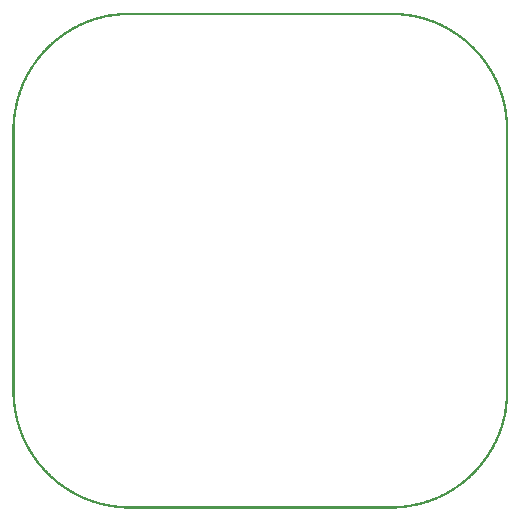
<source format=gbo>
G04 MADE WITH FRITZING*
G04 WWW.FRITZING.ORG*
G04 DOUBLE SIDED*
G04 HOLES PLATED*
G04 CONTOUR ON CENTER OF CONTOUR VECTOR*
%ASAXBY*%
%FSLAX23Y23*%
%MOIN*%
%OFA0B0*%
%SFA1.0B1.0*%
%ADD10R,0.001000X0.001000*%
%LNSILK0*%
G90*
G70*
G54D10*
X372Y1653D02*
X1282Y1653D01*
X358Y1652D02*
X1296Y1652D01*
X348Y1651D02*
X1306Y1651D01*
X339Y1650D02*
X1315Y1650D01*
X332Y1649D02*
X1322Y1649D01*
X326Y1648D02*
X1328Y1648D01*
X321Y1647D02*
X1333Y1647D01*
X315Y1646D02*
X1339Y1646D01*
X310Y1645D02*
X371Y1645D01*
X1283Y1645D02*
X1344Y1645D01*
X306Y1644D02*
X357Y1644D01*
X1297Y1644D02*
X1348Y1644D01*
X302Y1643D02*
X347Y1643D01*
X1307Y1643D02*
X1352Y1643D01*
X297Y1642D02*
X339Y1642D01*
X1315Y1642D02*
X1357Y1642D01*
X293Y1641D02*
X332Y1641D01*
X1322Y1641D02*
X1361Y1641D01*
X290Y1640D02*
X326Y1640D01*
X1328Y1640D02*
X1364Y1640D01*
X286Y1639D02*
X320Y1639D01*
X1334Y1639D02*
X1368Y1639D01*
X283Y1638D02*
X315Y1638D01*
X1339Y1638D02*
X1371Y1638D01*
X279Y1637D02*
X310Y1637D01*
X1344Y1637D02*
X1375Y1637D01*
X276Y1636D02*
X305Y1636D01*
X1349Y1636D02*
X1378Y1636D01*
X273Y1635D02*
X301Y1635D01*
X1353Y1635D02*
X1381Y1635D01*
X270Y1634D02*
X297Y1634D01*
X1357Y1634D02*
X1384Y1634D01*
X267Y1633D02*
X293Y1633D01*
X1361Y1633D02*
X1387Y1633D01*
X264Y1632D02*
X289Y1632D01*
X1365Y1632D02*
X1390Y1632D01*
X261Y1631D02*
X286Y1631D01*
X1368Y1631D02*
X1393Y1631D01*
X258Y1630D02*
X282Y1630D01*
X1372Y1630D02*
X1396Y1630D01*
X255Y1629D02*
X279Y1629D01*
X1375Y1629D02*
X1399Y1629D01*
X253Y1628D02*
X276Y1628D01*
X1378Y1628D02*
X1401Y1628D01*
X250Y1627D02*
X273Y1627D01*
X1381Y1627D02*
X1404Y1627D01*
X248Y1626D02*
X270Y1626D01*
X1384Y1626D02*
X1406Y1626D01*
X245Y1625D02*
X267Y1625D01*
X1387Y1625D02*
X1409Y1625D01*
X243Y1624D02*
X264Y1624D01*
X1390Y1624D02*
X1411Y1624D01*
X240Y1623D02*
X261Y1623D01*
X1393Y1623D02*
X1414Y1623D01*
X238Y1622D02*
X258Y1622D01*
X1396Y1622D02*
X1416Y1622D01*
X236Y1621D02*
X256Y1621D01*
X1398Y1621D02*
X1418Y1621D01*
X233Y1620D02*
X253Y1620D01*
X1401Y1620D02*
X1420Y1620D01*
X231Y1619D02*
X250Y1619D01*
X1404Y1619D02*
X1423Y1619D01*
X229Y1618D02*
X248Y1618D01*
X1406Y1618D02*
X1425Y1618D01*
X227Y1617D02*
X245Y1617D01*
X1409Y1617D02*
X1427Y1617D01*
X225Y1616D02*
X243Y1616D01*
X1411Y1616D02*
X1429Y1616D01*
X222Y1615D02*
X241Y1615D01*
X1413Y1615D02*
X1432Y1615D01*
X220Y1614D02*
X238Y1614D01*
X1416Y1614D02*
X1434Y1614D01*
X219Y1613D02*
X236Y1613D01*
X1418Y1613D02*
X1435Y1613D01*
X217Y1612D02*
X234Y1612D01*
X1420Y1612D02*
X1437Y1612D01*
X215Y1611D02*
X232Y1611D01*
X1422Y1611D02*
X1439Y1611D01*
X213Y1610D02*
X229Y1610D01*
X1425Y1610D02*
X1441Y1610D01*
X211Y1609D02*
X227Y1609D01*
X1427Y1609D02*
X1443Y1609D01*
X209Y1608D02*
X225Y1608D01*
X1429Y1608D02*
X1445Y1608D01*
X207Y1607D02*
X223Y1607D01*
X1431Y1607D02*
X1447Y1607D01*
X205Y1606D02*
X221Y1606D01*
X1433Y1606D02*
X1449Y1606D01*
X203Y1605D02*
X219Y1605D01*
X1435Y1605D02*
X1451Y1605D01*
X201Y1604D02*
X217Y1604D01*
X1437Y1604D02*
X1453Y1604D01*
X200Y1603D02*
X215Y1603D01*
X1439Y1603D02*
X1454Y1603D01*
X198Y1602D02*
X213Y1602D01*
X1441Y1602D02*
X1456Y1602D01*
X196Y1601D02*
X211Y1601D01*
X1443Y1601D02*
X1458Y1601D01*
X194Y1600D02*
X209Y1600D01*
X1445Y1600D02*
X1460Y1600D01*
X193Y1599D02*
X208Y1599D01*
X1446Y1599D02*
X1461Y1599D01*
X191Y1598D02*
X206Y1598D01*
X1448Y1598D02*
X1463Y1598D01*
X189Y1597D02*
X204Y1597D01*
X1450Y1597D02*
X1465Y1597D01*
X188Y1596D02*
X202Y1596D01*
X1452Y1596D02*
X1466Y1596D01*
X186Y1595D02*
X201Y1595D01*
X1453Y1595D02*
X1468Y1595D01*
X185Y1594D02*
X199Y1594D01*
X1455Y1594D02*
X1469Y1594D01*
X183Y1593D02*
X197Y1593D01*
X1457Y1593D02*
X1471Y1593D01*
X181Y1592D02*
X195Y1592D01*
X1459Y1592D02*
X1473Y1592D01*
X180Y1591D02*
X194Y1591D01*
X1460Y1591D02*
X1474Y1591D01*
X178Y1590D02*
X192Y1590D01*
X1462Y1590D02*
X1476Y1590D01*
X177Y1589D02*
X190Y1589D01*
X1464Y1589D02*
X1477Y1589D01*
X175Y1588D02*
X189Y1588D01*
X1465Y1588D02*
X1479Y1588D01*
X174Y1587D02*
X187Y1587D01*
X1467Y1587D02*
X1480Y1587D01*
X172Y1586D02*
X186Y1586D01*
X1468Y1586D02*
X1482Y1586D01*
X171Y1585D02*
X184Y1585D01*
X1470Y1585D02*
X1483Y1585D01*
X169Y1584D02*
X183Y1584D01*
X1471Y1584D02*
X1485Y1584D01*
X168Y1583D02*
X181Y1583D01*
X1473Y1583D02*
X1486Y1583D01*
X167Y1582D02*
X179Y1582D01*
X1475Y1582D02*
X1487Y1582D01*
X165Y1581D02*
X178Y1581D01*
X1476Y1581D02*
X1489Y1581D01*
X164Y1580D02*
X176Y1580D01*
X1478Y1580D02*
X1490Y1580D01*
X162Y1579D02*
X175Y1579D01*
X1479Y1579D02*
X1492Y1579D01*
X161Y1578D02*
X174Y1578D01*
X1480Y1578D02*
X1493Y1578D01*
X159Y1577D02*
X172Y1577D01*
X1482Y1577D02*
X1495Y1577D01*
X158Y1576D02*
X171Y1576D01*
X1483Y1576D02*
X1496Y1576D01*
X157Y1575D02*
X169Y1575D01*
X1485Y1575D02*
X1497Y1575D01*
X155Y1574D02*
X168Y1574D01*
X1486Y1574D02*
X1499Y1574D01*
X154Y1573D02*
X167Y1573D01*
X1487Y1573D02*
X1500Y1573D01*
X153Y1572D02*
X165Y1572D01*
X1489Y1572D02*
X1501Y1572D01*
X152Y1571D02*
X164Y1571D01*
X1490Y1571D02*
X1502Y1571D01*
X150Y1570D02*
X162Y1570D01*
X1492Y1570D02*
X1504Y1570D01*
X149Y1569D02*
X161Y1569D01*
X1493Y1569D02*
X1505Y1569D01*
X148Y1568D02*
X160Y1568D01*
X1494Y1568D02*
X1506Y1568D01*
X147Y1567D02*
X158Y1567D01*
X1496Y1567D02*
X1507Y1567D01*
X145Y1566D02*
X157Y1566D01*
X1497Y1566D02*
X1509Y1566D01*
X144Y1565D02*
X156Y1565D01*
X1498Y1565D02*
X1510Y1565D01*
X143Y1564D02*
X155Y1564D01*
X1499Y1564D02*
X1511Y1564D01*
X142Y1563D02*
X153Y1563D01*
X1501Y1563D02*
X1512Y1563D01*
X140Y1562D02*
X152Y1562D01*
X1502Y1562D02*
X1514Y1562D01*
X139Y1561D02*
X151Y1561D01*
X1503Y1561D02*
X1515Y1561D01*
X138Y1560D02*
X150Y1560D01*
X1504Y1560D02*
X1516Y1560D01*
X137Y1559D02*
X148Y1559D01*
X1506Y1559D02*
X1517Y1559D01*
X136Y1558D02*
X147Y1558D01*
X1507Y1558D02*
X1518Y1558D01*
X135Y1557D02*
X146Y1557D01*
X1508Y1557D02*
X1519Y1557D01*
X134Y1556D02*
X145Y1556D01*
X1509Y1556D02*
X1520Y1556D01*
X132Y1555D02*
X144Y1555D01*
X1510Y1555D02*
X1522Y1555D01*
X131Y1554D02*
X142Y1554D01*
X1512Y1554D02*
X1523Y1554D01*
X130Y1553D02*
X141Y1553D01*
X1513Y1553D02*
X1524Y1553D01*
X129Y1552D02*
X140Y1552D01*
X1514Y1552D02*
X1525Y1552D01*
X128Y1551D02*
X139Y1551D01*
X1515Y1551D02*
X1526Y1551D01*
X127Y1550D02*
X138Y1550D01*
X1516Y1550D02*
X1527Y1550D01*
X126Y1549D02*
X137Y1549D01*
X1517Y1549D02*
X1528Y1549D01*
X125Y1548D02*
X135Y1548D01*
X1518Y1548D02*
X1529Y1548D01*
X124Y1547D02*
X134Y1547D01*
X1520Y1547D02*
X1530Y1547D01*
X123Y1546D02*
X133Y1546D01*
X1521Y1546D02*
X1531Y1546D01*
X122Y1545D02*
X132Y1545D01*
X1522Y1545D02*
X1532Y1545D01*
X121Y1544D02*
X131Y1544D01*
X1523Y1544D02*
X1533Y1544D01*
X119Y1543D02*
X130Y1543D01*
X1524Y1543D02*
X1535Y1543D01*
X118Y1542D02*
X129Y1542D01*
X1525Y1542D02*
X1536Y1542D01*
X117Y1541D02*
X128Y1541D01*
X1526Y1541D02*
X1537Y1541D01*
X116Y1540D02*
X127Y1540D01*
X1527Y1540D02*
X1538Y1540D01*
X115Y1539D02*
X126Y1539D01*
X1528Y1539D02*
X1539Y1539D01*
X114Y1538D02*
X125Y1538D01*
X1529Y1538D02*
X1540Y1538D01*
X113Y1537D02*
X124Y1537D01*
X1530Y1537D02*
X1541Y1537D01*
X112Y1536D02*
X123Y1536D01*
X1531Y1536D02*
X1542Y1536D01*
X111Y1535D02*
X122Y1535D01*
X1532Y1535D02*
X1543Y1535D01*
X111Y1534D02*
X121Y1534D01*
X1533Y1534D02*
X1543Y1534D01*
X110Y1533D02*
X120Y1533D01*
X1534Y1533D02*
X1544Y1533D01*
X109Y1532D02*
X119Y1532D01*
X1535Y1532D02*
X1545Y1532D01*
X108Y1531D02*
X118Y1531D01*
X1536Y1531D02*
X1546Y1531D01*
X107Y1530D02*
X117Y1530D01*
X1537Y1530D02*
X1547Y1530D01*
X106Y1529D02*
X116Y1529D01*
X1538Y1529D02*
X1548Y1529D01*
X105Y1528D02*
X115Y1528D01*
X1539Y1528D02*
X1549Y1528D01*
X104Y1527D02*
X114Y1527D01*
X1540Y1527D02*
X1550Y1527D01*
X103Y1526D02*
X113Y1526D01*
X1541Y1526D02*
X1551Y1526D01*
X102Y1525D02*
X112Y1525D01*
X1542Y1525D02*
X1552Y1525D01*
X101Y1524D02*
X111Y1524D01*
X1543Y1524D02*
X1553Y1524D01*
X100Y1523D02*
X110Y1523D01*
X1544Y1523D02*
X1554Y1523D01*
X99Y1522D02*
X109Y1522D01*
X1545Y1522D02*
X1555Y1522D01*
X99Y1521D02*
X108Y1521D01*
X1546Y1521D02*
X1555Y1521D01*
X98Y1520D02*
X107Y1520D01*
X1547Y1520D02*
X1556Y1520D01*
X97Y1519D02*
X106Y1519D01*
X1548Y1519D02*
X1557Y1519D01*
X96Y1518D02*
X106Y1518D01*
X1548Y1518D02*
X1558Y1518D01*
X95Y1517D02*
X105Y1517D01*
X1549Y1517D02*
X1559Y1517D01*
X94Y1516D02*
X104Y1516D01*
X1550Y1516D02*
X1560Y1516D01*
X93Y1515D02*
X103Y1515D01*
X1551Y1515D02*
X1561Y1515D01*
X92Y1514D02*
X102Y1514D01*
X1552Y1514D02*
X1562Y1514D01*
X92Y1513D02*
X101Y1513D01*
X1553Y1513D02*
X1562Y1513D01*
X91Y1512D02*
X100Y1512D01*
X1554Y1512D02*
X1563Y1512D01*
X90Y1511D02*
X99Y1511D01*
X1555Y1511D02*
X1564Y1511D01*
X89Y1510D02*
X99Y1510D01*
X1555Y1510D02*
X1565Y1510D01*
X88Y1509D02*
X98Y1509D01*
X1556Y1509D02*
X1566Y1509D01*
X88Y1508D02*
X97Y1508D01*
X1557Y1508D02*
X1566Y1508D01*
X87Y1507D02*
X96Y1507D01*
X1558Y1507D02*
X1567Y1507D01*
X86Y1506D02*
X95Y1506D01*
X1559Y1506D02*
X1568Y1506D01*
X85Y1505D02*
X94Y1505D01*
X1560Y1505D02*
X1569Y1505D01*
X84Y1504D02*
X94Y1504D01*
X1560Y1504D02*
X1570Y1504D01*
X84Y1503D02*
X93Y1503D01*
X1561Y1503D02*
X1570Y1503D01*
X83Y1502D02*
X92Y1502D01*
X1562Y1502D02*
X1571Y1502D01*
X82Y1501D02*
X91Y1501D01*
X1563Y1501D02*
X1572Y1501D01*
X81Y1500D02*
X90Y1500D01*
X1564Y1500D02*
X1573Y1500D01*
X80Y1499D02*
X90Y1499D01*
X1564Y1499D02*
X1574Y1499D01*
X80Y1498D02*
X89Y1498D01*
X1565Y1498D02*
X1574Y1498D01*
X79Y1497D02*
X88Y1497D01*
X1566Y1497D02*
X1575Y1497D01*
X78Y1496D02*
X87Y1496D01*
X1567Y1496D02*
X1576Y1496D01*
X77Y1495D02*
X86Y1495D01*
X1568Y1495D02*
X1577Y1495D01*
X77Y1494D02*
X86Y1494D01*
X1568Y1494D02*
X1577Y1494D01*
X76Y1493D02*
X85Y1493D01*
X1569Y1493D02*
X1578Y1493D01*
X75Y1492D02*
X84Y1492D01*
X1570Y1492D02*
X1579Y1492D01*
X75Y1491D02*
X83Y1491D01*
X1571Y1491D02*
X1579Y1491D01*
X74Y1490D02*
X83Y1490D01*
X1571Y1490D02*
X1580Y1490D01*
X73Y1489D02*
X82Y1489D01*
X1572Y1489D02*
X1581Y1489D01*
X73Y1488D02*
X81Y1488D01*
X1573Y1488D02*
X1581Y1488D01*
X72Y1487D02*
X81Y1487D01*
X1573Y1487D02*
X1582Y1487D01*
X71Y1486D02*
X80Y1486D01*
X1574Y1486D02*
X1583Y1486D01*
X70Y1485D02*
X79Y1485D01*
X1575Y1485D02*
X1584Y1485D01*
X70Y1484D02*
X78Y1484D01*
X1576Y1484D02*
X1584Y1484D01*
X69Y1483D02*
X78Y1483D01*
X1576Y1483D02*
X1585Y1483D01*
X68Y1482D02*
X77Y1482D01*
X1577Y1482D02*
X1586Y1482D01*
X68Y1481D02*
X76Y1481D01*
X1578Y1481D02*
X1586Y1481D01*
X67Y1480D02*
X76Y1480D01*
X1578Y1480D02*
X1587Y1480D01*
X66Y1479D02*
X75Y1479D01*
X1579Y1479D02*
X1588Y1479D01*
X66Y1478D02*
X74Y1478D01*
X1580Y1478D02*
X1588Y1478D01*
X65Y1477D02*
X73Y1477D01*
X1581Y1477D02*
X1589Y1477D01*
X64Y1476D02*
X73Y1476D01*
X1581Y1476D02*
X1590Y1476D01*
X64Y1475D02*
X72Y1475D01*
X1582Y1475D02*
X1590Y1475D01*
X63Y1474D02*
X71Y1474D01*
X1583Y1474D02*
X1591Y1474D01*
X62Y1473D02*
X71Y1473D01*
X1583Y1473D02*
X1592Y1473D01*
X62Y1472D02*
X70Y1472D01*
X1584Y1472D02*
X1592Y1472D01*
X61Y1471D02*
X70Y1471D01*
X1584Y1471D02*
X1593Y1471D01*
X61Y1470D02*
X69Y1470D01*
X1585Y1470D02*
X1593Y1470D01*
X60Y1469D02*
X68Y1469D01*
X1586Y1469D02*
X1594Y1469D01*
X59Y1468D02*
X68Y1468D01*
X1586Y1468D02*
X1595Y1468D01*
X59Y1467D02*
X67Y1467D01*
X1587Y1467D02*
X1595Y1467D01*
X58Y1466D02*
X66Y1466D01*
X1588Y1466D02*
X1596Y1466D01*
X57Y1465D02*
X66Y1465D01*
X1588Y1465D02*
X1597Y1465D01*
X57Y1464D02*
X65Y1464D01*
X1589Y1464D02*
X1597Y1464D01*
X56Y1463D02*
X64Y1463D01*
X1590Y1463D02*
X1598Y1463D01*
X56Y1462D02*
X64Y1462D01*
X1590Y1462D02*
X1598Y1462D01*
X55Y1461D02*
X63Y1461D01*
X1591Y1461D02*
X1599Y1461D01*
X54Y1460D02*
X63Y1460D01*
X1591Y1460D02*
X1600Y1460D01*
X54Y1459D02*
X62Y1459D01*
X1592Y1459D02*
X1600Y1459D01*
X53Y1458D02*
X61Y1458D01*
X1593Y1458D02*
X1601Y1458D01*
X53Y1457D02*
X61Y1457D01*
X1593Y1457D02*
X1601Y1457D01*
X52Y1456D02*
X60Y1456D01*
X1594Y1456D02*
X1602Y1456D01*
X52Y1455D02*
X60Y1455D01*
X1594Y1455D02*
X1602Y1455D01*
X51Y1454D02*
X59Y1454D01*
X1595Y1454D02*
X1603Y1454D01*
X50Y1453D02*
X59Y1453D01*
X1595Y1453D02*
X1604Y1453D01*
X50Y1452D02*
X58Y1452D01*
X1596Y1452D02*
X1604Y1452D01*
X49Y1451D02*
X57Y1451D01*
X1597Y1451D02*
X1605Y1451D01*
X49Y1450D02*
X57Y1450D01*
X1597Y1450D02*
X1605Y1450D01*
X48Y1449D02*
X56Y1449D01*
X1598Y1449D02*
X1606Y1449D01*
X48Y1448D02*
X56Y1448D01*
X1598Y1448D02*
X1606Y1448D01*
X47Y1447D02*
X55Y1447D01*
X1599Y1447D02*
X1607Y1447D01*
X47Y1446D02*
X55Y1446D01*
X1599Y1446D02*
X1607Y1446D01*
X46Y1445D02*
X54Y1445D01*
X1600Y1445D02*
X1608Y1445D01*
X46Y1444D02*
X53Y1444D01*
X1601Y1444D02*
X1608Y1444D01*
X45Y1443D02*
X53Y1443D01*
X1601Y1443D02*
X1609Y1443D01*
X45Y1442D02*
X52Y1442D01*
X1602Y1442D02*
X1609Y1442D01*
X44Y1441D02*
X52Y1441D01*
X1602Y1441D02*
X1610Y1441D01*
X44Y1440D02*
X51Y1440D01*
X1603Y1440D02*
X1610Y1440D01*
X43Y1439D02*
X51Y1439D01*
X1603Y1439D02*
X1611Y1439D01*
X43Y1438D02*
X50Y1438D01*
X1604Y1438D02*
X1611Y1438D01*
X42Y1437D02*
X50Y1437D01*
X1604Y1437D02*
X1612Y1437D01*
X42Y1436D02*
X49Y1436D01*
X1605Y1436D02*
X1612Y1436D01*
X41Y1435D02*
X49Y1435D01*
X1605Y1435D02*
X1613Y1435D01*
X40Y1434D02*
X48Y1434D01*
X1606Y1434D02*
X1614Y1434D01*
X40Y1433D02*
X48Y1433D01*
X1606Y1433D02*
X1614Y1433D01*
X39Y1432D02*
X47Y1432D01*
X1607Y1432D02*
X1615Y1432D01*
X39Y1431D02*
X47Y1431D01*
X1607Y1431D02*
X1615Y1431D01*
X39Y1430D02*
X46Y1430D01*
X1608Y1430D02*
X1615Y1430D01*
X38Y1429D02*
X46Y1429D01*
X1608Y1429D02*
X1616Y1429D01*
X38Y1428D02*
X45Y1428D01*
X1609Y1428D02*
X1616Y1428D01*
X37Y1427D02*
X45Y1427D01*
X1609Y1427D02*
X1617Y1427D01*
X37Y1426D02*
X44Y1426D01*
X1610Y1426D02*
X1617Y1426D01*
X36Y1425D02*
X44Y1425D01*
X1610Y1425D02*
X1618Y1425D01*
X36Y1424D02*
X43Y1424D01*
X1611Y1424D02*
X1618Y1424D01*
X35Y1423D02*
X43Y1423D01*
X1611Y1423D02*
X1619Y1423D01*
X35Y1422D02*
X43Y1422D01*
X1611Y1422D02*
X1619Y1422D01*
X34Y1421D02*
X42Y1421D01*
X1612Y1421D02*
X1619Y1421D01*
X34Y1420D02*
X42Y1420D01*
X1612Y1420D02*
X1620Y1420D01*
X34Y1419D02*
X41Y1419D01*
X1613Y1419D02*
X1620Y1419D01*
X33Y1418D02*
X41Y1418D01*
X1613Y1418D02*
X1621Y1418D01*
X33Y1417D02*
X40Y1417D01*
X1614Y1417D02*
X1621Y1417D01*
X32Y1416D02*
X40Y1416D01*
X1614Y1416D02*
X1622Y1416D01*
X32Y1415D02*
X39Y1415D01*
X1615Y1415D02*
X1622Y1415D01*
X31Y1414D02*
X39Y1414D01*
X1615Y1414D02*
X1623Y1414D01*
X31Y1413D02*
X39Y1413D01*
X1615Y1413D02*
X1623Y1413D01*
X31Y1412D02*
X38Y1412D01*
X1616Y1412D02*
X1623Y1412D01*
X30Y1411D02*
X38Y1411D01*
X1616Y1411D02*
X1624Y1411D01*
X30Y1410D02*
X37Y1410D01*
X1617Y1410D02*
X1624Y1410D01*
X29Y1409D02*
X37Y1409D01*
X1617Y1409D02*
X1625Y1409D01*
X29Y1408D02*
X36Y1408D01*
X1618Y1408D02*
X1625Y1408D01*
X29Y1407D02*
X36Y1407D01*
X1618Y1407D02*
X1625Y1407D01*
X28Y1406D02*
X36Y1406D01*
X1618Y1406D02*
X1626Y1406D01*
X28Y1405D02*
X35Y1405D01*
X1619Y1405D02*
X1626Y1405D01*
X27Y1404D02*
X35Y1404D01*
X1619Y1404D02*
X1627Y1404D01*
X27Y1403D02*
X34Y1403D01*
X1620Y1403D02*
X1627Y1403D01*
X27Y1402D02*
X34Y1402D01*
X1620Y1402D02*
X1627Y1402D01*
X26Y1401D02*
X34Y1401D01*
X1620Y1401D02*
X1628Y1401D01*
X26Y1400D02*
X33Y1400D01*
X1621Y1400D02*
X1628Y1400D01*
X25Y1399D02*
X33Y1399D01*
X1621Y1399D02*
X1629Y1399D01*
X25Y1398D02*
X33Y1398D01*
X1621Y1398D02*
X1629Y1398D01*
X25Y1397D02*
X32Y1397D01*
X1622Y1397D02*
X1629Y1397D01*
X24Y1396D02*
X32Y1396D01*
X1622Y1396D02*
X1630Y1396D01*
X24Y1395D02*
X31Y1395D01*
X1623Y1395D02*
X1630Y1395D01*
X24Y1394D02*
X31Y1394D01*
X1623Y1394D02*
X1630Y1394D01*
X23Y1393D02*
X31Y1393D01*
X1623Y1393D02*
X1631Y1393D01*
X23Y1392D02*
X30Y1392D01*
X1624Y1392D02*
X1631Y1392D01*
X23Y1391D02*
X30Y1391D01*
X1624Y1391D02*
X1631Y1391D01*
X22Y1390D02*
X30Y1390D01*
X1624Y1390D02*
X1632Y1390D01*
X22Y1389D02*
X29Y1389D01*
X1625Y1389D02*
X1632Y1389D01*
X22Y1388D02*
X29Y1388D01*
X1625Y1388D02*
X1632Y1388D01*
X21Y1387D02*
X29Y1387D01*
X1625Y1387D02*
X1633Y1387D01*
X21Y1386D02*
X28Y1386D01*
X1626Y1386D02*
X1633Y1386D01*
X21Y1385D02*
X28Y1385D01*
X1626Y1385D02*
X1633Y1385D01*
X20Y1384D02*
X28Y1384D01*
X1626Y1384D02*
X1634Y1384D01*
X20Y1383D02*
X27Y1383D01*
X1627Y1383D02*
X1634Y1383D01*
X20Y1382D02*
X27Y1382D01*
X1627Y1382D02*
X1634Y1382D01*
X19Y1381D02*
X27Y1381D01*
X1627Y1381D02*
X1635Y1381D01*
X19Y1380D02*
X26Y1380D01*
X1628Y1380D02*
X1635Y1380D01*
X19Y1379D02*
X26Y1379D01*
X1628Y1379D02*
X1635Y1379D01*
X18Y1378D02*
X26Y1378D01*
X1628Y1378D02*
X1636Y1378D01*
X18Y1377D02*
X25Y1377D01*
X1629Y1377D02*
X1636Y1377D01*
X18Y1376D02*
X25Y1376D01*
X1629Y1376D02*
X1636Y1376D01*
X17Y1375D02*
X25Y1375D01*
X1629Y1375D02*
X1637Y1375D01*
X17Y1374D02*
X24Y1374D01*
X1630Y1374D02*
X1637Y1374D01*
X17Y1373D02*
X24Y1373D01*
X1630Y1373D02*
X1637Y1373D01*
X17Y1372D02*
X24Y1372D01*
X1630Y1372D02*
X1637Y1372D01*
X16Y1371D02*
X23Y1371D01*
X1631Y1371D02*
X1638Y1371D01*
X16Y1370D02*
X23Y1370D01*
X1631Y1370D02*
X1638Y1370D01*
X16Y1369D02*
X23Y1369D01*
X1631Y1369D02*
X1638Y1369D01*
X15Y1368D02*
X23Y1368D01*
X1631Y1368D02*
X1639Y1368D01*
X15Y1367D02*
X22Y1367D01*
X1632Y1367D02*
X1639Y1367D01*
X15Y1366D02*
X22Y1366D01*
X1632Y1366D02*
X1639Y1366D01*
X15Y1365D02*
X22Y1365D01*
X1632Y1365D02*
X1639Y1365D01*
X14Y1364D02*
X21Y1364D01*
X1633Y1364D02*
X1640Y1364D01*
X14Y1363D02*
X21Y1363D01*
X1633Y1363D02*
X1640Y1363D01*
X14Y1362D02*
X21Y1362D01*
X1633Y1362D02*
X1640Y1362D01*
X13Y1361D02*
X21Y1361D01*
X1633Y1361D02*
X1641Y1361D01*
X13Y1360D02*
X20Y1360D01*
X1634Y1360D02*
X1641Y1360D01*
X13Y1359D02*
X20Y1359D01*
X1634Y1359D02*
X1641Y1359D01*
X13Y1358D02*
X20Y1358D01*
X1634Y1358D02*
X1641Y1358D01*
X12Y1357D02*
X20Y1357D01*
X1634Y1357D02*
X1642Y1357D01*
X12Y1356D02*
X19Y1356D01*
X1635Y1356D02*
X1642Y1356D01*
X12Y1355D02*
X19Y1355D01*
X1635Y1355D02*
X1642Y1355D01*
X12Y1354D02*
X19Y1354D01*
X1635Y1354D02*
X1642Y1354D01*
X12Y1353D02*
X19Y1353D01*
X1635Y1353D02*
X1642Y1353D01*
X11Y1352D02*
X18Y1352D01*
X1636Y1352D02*
X1643Y1352D01*
X11Y1351D02*
X18Y1351D01*
X1636Y1351D02*
X1643Y1351D01*
X11Y1350D02*
X18Y1350D01*
X1636Y1350D02*
X1643Y1350D01*
X11Y1349D02*
X18Y1349D01*
X1636Y1349D02*
X1643Y1349D01*
X10Y1348D02*
X17Y1348D01*
X1637Y1348D02*
X1644Y1348D01*
X10Y1347D02*
X17Y1347D01*
X1637Y1347D02*
X1644Y1347D01*
X10Y1346D02*
X17Y1346D01*
X1637Y1346D02*
X1644Y1346D01*
X10Y1345D02*
X17Y1345D01*
X1637Y1345D02*
X1644Y1345D01*
X9Y1344D02*
X17Y1344D01*
X1637Y1344D02*
X1645Y1344D01*
X9Y1343D02*
X16Y1343D01*
X1638Y1343D02*
X1645Y1343D01*
X9Y1342D02*
X16Y1342D01*
X1638Y1342D02*
X1645Y1342D01*
X9Y1341D02*
X16Y1341D01*
X1638Y1341D02*
X1645Y1341D01*
X9Y1340D02*
X16Y1340D01*
X1638Y1340D02*
X1645Y1340D01*
X8Y1339D02*
X16Y1339D01*
X1638Y1339D02*
X1646Y1339D01*
X8Y1338D02*
X15Y1338D01*
X1639Y1338D02*
X1646Y1338D01*
X8Y1337D02*
X15Y1337D01*
X1639Y1337D02*
X1646Y1337D01*
X8Y1336D02*
X15Y1336D01*
X1639Y1336D02*
X1646Y1336D01*
X8Y1335D02*
X15Y1335D01*
X1639Y1335D02*
X1646Y1335D01*
X8Y1334D02*
X15Y1334D01*
X1639Y1334D02*
X1646Y1334D01*
X7Y1333D02*
X14Y1333D01*
X1640Y1333D02*
X1647Y1333D01*
X7Y1332D02*
X14Y1332D01*
X1640Y1332D02*
X1647Y1332D01*
X7Y1331D02*
X14Y1331D01*
X1640Y1331D02*
X1647Y1331D01*
X7Y1330D02*
X14Y1330D01*
X1640Y1330D02*
X1647Y1330D01*
X7Y1329D02*
X14Y1329D01*
X1640Y1329D02*
X1647Y1329D01*
X6Y1328D02*
X14Y1328D01*
X1640Y1328D02*
X1648Y1328D01*
X6Y1327D02*
X13Y1327D01*
X1641Y1327D02*
X1648Y1327D01*
X6Y1326D02*
X13Y1326D01*
X1641Y1326D02*
X1648Y1326D01*
X6Y1325D02*
X13Y1325D01*
X1641Y1325D02*
X1648Y1325D01*
X6Y1324D02*
X13Y1324D01*
X1641Y1324D02*
X1648Y1324D01*
X6Y1323D02*
X13Y1323D01*
X1641Y1323D02*
X1648Y1323D01*
X5Y1322D02*
X13Y1322D01*
X1641Y1322D02*
X1649Y1322D01*
X5Y1321D02*
X12Y1321D01*
X1642Y1321D02*
X1649Y1321D01*
X5Y1320D02*
X12Y1320D01*
X1642Y1320D02*
X1649Y1320D01*
X5Y1319D02*
X12Y1319D01*
X1642Y1319D02*
X1649Y1319D01*
X5Y1318D02*
X12Y1318D01*
X1642Y1318D02*
X1649Y1318D01*
X5Y1317D02*
X12Y1317D01*
X1642Y1317D02*
X1649Y1317D01*
X5Y1316D02*
X12Y1316D01*
X1642Y1316D02*
X1649Y1316D01*
X4Y1315D02*
X12Y1315D01*
X1642Y1315D02*
X1650Y1315D01*
X4Y1314D02*
X11Y1314D01*
X1643Y1314D02*
X1650Y1314D01*
X4Y1313D02*
X11Y1313D01*
X1643Y1313D02*
X1650Y1313D01*
X4Y1312D02*
X11Y1312D01*
X1643Y1312D02*
X1650Y1312D01*
X4Y1311D02*
X11Y1311D01*
X1643Y1311D02*
X1650Y1311D01*
X4Y1310D02*
X11Y1310D01*
X1643Y1310D02*
X1650Y1310D01*
X4Y1309D02*
X11Y1309D01*
X1643Y1309D02*
X1650Y1309D01*
X4Y1308D02*
X11Y1308D01*
X1643Y1308D02*
X1650Y1308D01*
X4Y1307D02*
X11Y1307D01*
X1643Y1307D02*
X1650Y1307D01*
X3Y1306D02*
X10Y1306D01*
X1644Y1306D02*
X1651Y1306D01*
X3Y1305D02*
X10Y1305D01*
X1644Y1305D02*
X1651Y1305D01*
X3Y1304D02*
X10Y1304D01*
X1644Y1304D02*
X1651Y1304D01*
X3Y1303D02*
X10Y1303D01*
X1644Y1303D02*
X1651Y1303D01*
X3Y1302D02*
X10Y1302D01*
X1644Y1302D02*
X1651Y1302D01*
X3Y1301D02*
X10Y1301D01*
X1644Y1301D02*
X1651Y1301D01*
X3Y1300D02*
X10Y1300D01*
X1644Y1300D02*
X1651Y1300D01*
X3Y1299D02*
X10Y1299D01*
X1644Y1299D02*
X1651Y1299D01*
X3Y1298D02*
X10Y1298D01*
X1644Y1298D02*
X1651Y1298D01*
X3Y1297D02*
X10Y1297D01*
X1644Y1297D02*
X1651Y1297D01*
X2Y1296D02*
X9Y1296D01*
X1645Y1296D02*
X1652Y1296D01*
X2Y1295D02*
X9Y1295D01*
X1645Y1295D02*
X1652Y1295D01*
X2Y1294D02*
X9Y1294D01*
X1645Y1294D02*
X1652Y1294D01*
X2Y1293D02*
X9Y1293D01*
X1645Y1293D02*
X1652Y1293D01*
X2Y1292D02*
X9Y1292D01*
X1645Y1292D02*
X1652Y1292D01*
X2Y1291D02*
X9Y1291D01*
X1645Y1291D02*
X1652Y1291D01*
X2Y1290D02*
X9Y1290D01*
X1645Y1290D02*
X1652Y1290D01*
X2Y1289D02*
X9Y1289D01*
X1645Y1289D02*
X1652Y1289D01*
X2Y1288D02*
X9Y1288D01*
X1645Y1288D02*
X1652Y1288D01*
X2Y1287D02*
X9Y1287D01*
X1645Y1287D02*
X1652Y1287D01*
X2Y1286D02*
X9Y1286D01*
X1645Y1286D02*
X1652Y1286D01*
X2Y1285D02*
X9Y1285D01*
X1645Y1285D02*
X1652Y1285D01*
X2Y1284D02*
X9Y1284D01*
X1645Y1284D02*
X1652Y1284D01*
X2Y1283D02*
X9Y1283D01*
X1645Y1283D02*
X1652Y1283D01*
X1Y1282D02*
X8Y1282D01*
X1646Y1282D02*
X1653Y1282D01*
X1Y1281D02*
X8Y1281D01*
X1646Y1281D02*
X1653Y1281D01*
X1Y1280D02*
X8Y1280D01*
X1646Y1280D02*
X1653Y1280D01*
X1Y1279D02*
X8Y1279D01*
X1646Y1279D02*
X1653Y1279D01*
X1Y1278D02*
X8Y1278D01*
X1646Y1278D02*
X1653Y1278D01*
X1Y1277D02*
X8Y1277D01*
X1646Y1277D02*
X1653Y1277D01*
X1Y1276D02*
X8Y1276D01*
X1646Y1276D02*
X1653Y1276D01*
X1Y1275D02*
X8Y1275D01*
X1646Y1275D02*
X1653Y1275D01*
X1Y1274D02*
X8Y1274D01*
X1646Y1274D02*
X1653Y1274D01*
X1Y1273D02*
X8Y1273D01*
X1646Y1273D02*
X1653Y1273D01*
X1Y1272D02*
X8Y1272D01*
X1646Y1272D02*
X1653Y1272D01*
X1Y1271D02*
X8Y1271D01*
X1646Y1271D02*
X1653Y1271D01*
X1Y1270D02*
X8Y1270D01*
X1646Y1270D02*
X1653Y1270D01*
X1Y1269D02*
X8Y1269D01*
X1646Y1269D02*
X1653Y1269D01*
X1Y1268D02*
X8Y1268D01*
X1646Y1268D02*
X1653Y1268D01*
X1Y1267D02*
X8Y1267D01*
X1646Y1267D02*
X1653Y1267D01*
X1Y1266D02*
X8Y1266D01*
X1646Y1266D02*
X1653Y1266D01*
X1Y1265D02*
X8Y1265D01*
X1646Y1265D02*
X1653Y1265D01*
X1Y1264D02*
X8Y1264D01*
X1646Y1264D02*
X1653Y1264D01*
X1Y1263D02*
X8Y1263D01*
X1646Y1263D02*
X1653Y1263D01*
X1Y1262D02*
X8Y1262D01*
X1646Y1262D02*
X1653Y1262D01*
X1Y1261D02*
X8Y1261D01*
X1646Y1261D02*
X1653Y1261D01*
X1Y1260D02*
X8Y1260D01*
X1646Y1260D02*
X1653Y1260D01*
X1Y1259D02*
X8Y1259D01*
X1646Y1259D02*
X1653Y1259D01*
X1Y1258D02*
X8Y1258D01*
X1646Y1258D02*
X1653Y1258D01*
X1Y1257D02*
X8Y1257D01*
X1646Y1257D02*
X1653Y1257D01*
X1Y1256D02*
X8Y1256D01*
X1646Y1256D02*
X1653Y1256D01*
X1Y1255D02*
X8Y1255D01*
X1646Y1255D02*
X1653Y1255D01*
X1Y1254D02*
X8Y1254D01*
X1646Y1254D02*
X1653Y1254D01*
X1Y1253D02*
X8Y1253D01*
X1646Y1253D02*
X1653Y1253D01*
X1Y1252D02*
X8Y1252D01*
X1646Y1252D02*
X1653Y1252D01*
X1Y1251D02*
X8Y1251D01*
X1646Y1251D02*
X1653Y1251D01*
X1Y1250D02*
X8Y1250D01*
X1646Y1250D02*
X1653Y1250D01*
X1Y1249D02*
X8Y1249D01*
X1646Y1249D02*
X1653Y1249D01*
X1Y1248D02*
X8Y1248D01*
X1646Y1248D02*
X1653Y1248D01*
X1Y1247D02*
X8Y1247D01*
X1646Y1247D02*
X1653Y1247D01*
X1Y1246D02*
X8Y1246D01*
X1646Y1246D02*
X1653Y1246D01*
X1Y1245D02*
X8Y1245D01*
X1646Y1245D02*
X1653Y1245D01*
X1Y1244D02*
X8Y1244D01*
X1646Y1244D02*
X1653Y1244D01*
X1Y1243D02*
X8Y1243D01*
X1646Y1243D02*
X1653Y1243D01*
X1Y1242D02*
X8Y1242D01*
X1646Y1242D02*
X1653Y1242D01*
X1Y1241D02*
X8Y1241D01*
X1646Y1241D02*
X1653Y1241D01*
X1Y1240D02*
X8Y1240D01*
X1646Y1240D02*
X1653Y1240D01*
X1Y1239D02*
X8Y1239D01*
X1646Y1239D02*
X1653Y1239D01*
X1Y1238D02*
X8Y1238D01*
X1646Y1238D02*
X1653Y1238D01*
X1Y1237D02*
X8Y1237D01*
X1646Y1237D02*
X1653Y1237D01*
X1Y1236D02*
X8Y1236D01*
X1646Y1236D02*
X1653Y1236D01*
X1Y1235D02*
X8Y1235D01*
X1646Y1235D02*
X1653Y1235D01*
X1Y1234D02*
X8Y1234D01*
X1646Y1234D02*
X1653Y1234D01*
X1Y1233D02*
X8Y1233D01*
X1646Y1233D02*
X1653Y1233D01*
X1Y1232D02*
X8Y1232D01*
X1646Y1232D02*
X1653Y1232D01*
X1Y1231D02*
X8Y1231D01*
X1646Y1231D02*
X1653Y1231D01*
X1Y1230D02*
X8Y1230D01*
X1646Y1230D02*
X1653Y1230D01*
X1Y1229D02*
X8Y1229D01*
X1646Y1229D02*
X1653Y1229D01*
X1Y1228D02*
X8Y1228D01*
X1646Y1228D02*
X1653Y1228D01*
X1Y1227D02*
X8Y1227D01*
X1646Y1227D02*
X1653Y1227D01*
X1Y1226D02*
X8Y1226D01*
X1646Y1226D02*
X1653Y1226D01*
X1Y1225D02*
X8Y1225D01*
X1646Y1225D02*
X1653Y1225D01*
X1Y1224D02*
X8Y1224D01*
X1646Y1224D02*
X1653Y1224D01*
X1Y1223D02*
X8Y1223D01*
X1646Y1223D02*
X1653Y1223D01*
X1Y1222D02*
X8Y1222D01*
X1646Y1222D02*
X1653Y1222D01*
X1Y1221D02*
X8Y1221D01*
X1646Y1221D02*
X1653Y1221D01*
X1Y1220D02*
X8Y1220D01*
X1646Y1220D02*
X1653Y1220D01*
X1Y1219D02*
X8Y1219D01*
X1646Y1219D02*
X1653Y1219D01*
X1Y1218D02*
X8Y1218D01*
X1646Y1218D02*
X1653Y1218D01*
X1Y1217D02*
X8Y1217D01*
X1646Y1217D02*
X1653Y1217D01*
X1Y1216D02*
X8Y1216D01*
X1646Y1216D02*
X1653Y1216D01*
X1Y1215D02*
X8Y1215D01*
X1646Y1215D02*
X1653Y1215D01*
X1Y1214D02*
X8Y1214D01*
X1646Y1214D02*
X1653Y1214D01*
X1Y1213D02*
X8Y1213D01*
X1646Y1213D02*
X1653Y1213D01*
X1Y1212D02*
X8Y1212D01*
X1646Y1212D02*
X1653Y1212D01*
X1Y1211D02*
X8Y1211D01*
X1646Y1211D02*
X1653Y1211D01*
X1Y1210D02*
X8Y1210D01*
X1646Y1210D02*
X1653Y1210D01*
X1Y1209D02*
X8Y1209D01*
X1646Y1209D02*
X1653Y1209D01*
X1Y1208D02*
X8Y1208D01*
X1646Y1208D02*
X1653Y1208D01*
X1Y1207D02*
X8Y1207D01*
X1646Y1207D02*
X1653Y1207D01*
X1Y1206D02*
X8Y1206D01*
X1646Y1206D02*
X1653Y1206D01*
X1Y1205D02*
X8Y1205D01*
X1646Y1205D02*
X1653Y1205D01*
X1Y1204D02*
X8Y1204D01*
X1646Y1204D02*
X1653Y1204D01*
X1Y1203D02*
X8Y1203D01*
X1646Y1203D02*
X1653Y1203D01*
X1Y1202D02*
X8Y1202D01*
X1646Y1202D02*
X1653Y1202D01*
X1Y1201D02*
X8Y1201D01*
X1646Y1201D02*
X1653Y1201D01*
X1Y1200D02*
X8Y1200D01*
X1646Y1200D02*
X1653Y1200D01*
X1Y1199D02*
X8Y1199D01*
X1646Y1199D02*
X1653Y1199D01*
X1Y1198D02*
X8Y1198D01*
X1646Y1198D02*
X1653Y1198D01*
X1Y1197D02*
X8Y1197D01*
X1646Y1197D02*
X1653Y1197D01*
X1Y1196D02*
X8Y1196D01*
X1646Y1196D02*
X1653Y1196D01*
X1Y1195D02*
X8Y1195D01*
X1646Y1195D02*
X1653Y1195D01*
X1Y1194D02*
X8Y1194D01*
X1646Y1194D02*
X1653Y1194D01*
X1Y1193D02*
X8Y1193D01*
X1646Y1193D02*
X1653Y1193D01*
X1Y1192D02*
X8Y1192D01*
X1646Y1192D02*
X1653Y1192D01*
X1Y1191D02*
X8Y1191D01*
X1646Y1191D02*
X1653Y1191D01*
X1Y1190D02*
X8Y1190D01*
X1646Y1190D02*
X1653Y1190D01*
X1Y1189D02*
X8Y1189D01*
X1646Y1189D02*
X1653Y1189D01*
X1Y1188D02*
X8Y1188D01*
X1646Y1188D02*
X1653Y1188D01*
X1Y1187D02*
X8Y1187D01*
X1646Y1187D02*
X1653Y1187D01*
X1Y1186D02*
X8Y1186D01*
X1646Y1186D02*
X1653Y1186D01*
X1Y1185D02*
X8Y1185D01*
X1646Y1185D02*
X1653Y1185D01*
X1Y1184D02*
X8Y1184D01*
X1646Y1184D02*
X1653Y1184D01*
X1Y1183D02*
X8Y1183D01*
X1646Y1183D02*
X1653Y1183D01*
X1Y1182D02*
X8Y1182D01*
X1646Y1182D02*
X1653Y1182D01*
X1Y1181D02*
X8Y1181D01*
X1646Y1181D02*
X1653Y1181D01*
X1Y1180D02*
X8Y1180D01*
X1646Y1180D02*
X1653Y1180D01*
X1Y1179D02*
X8Y1179D01*
X1646Y1179D02*
X1653Y1179D01*
X1Y1178D02*
X8Y1178D01*
X1646Y1178D02*
X1653Y1178D01*
X1Y1177D02*
X8Y1177D01*
X1646Y1177D02*
X1653Y1177D01*
X1Y1176D02*
X8Y1176D01*
X1646Y1176D02*
X1653Y1176D01*
X1Y1175D02*
X8Y1175D01*
X1646Y1175D02*
X1653Y1175D01*
X1Y1174D02*
X8Y1174D01*
X1646Y1174D02*
X1653Y1174D01*
X1Y1173D02*
X8Y1173D01*
X1646Y1173D02*
X1653Y1173D01*
X1Y1172D02*
X8Y1172D01*
X1646Y1172D02*
X1653Y1172D01*
X1Y1171D02*
X8Y1171D01*
X1646Y1171D02*
X1653Y1171D01*
X1Y1170D02*
X8Y1170D01*
X1646Y1170D02*
X1653Y1170D01*
X1Y1169D02*
X8Y1169D01*
X1646Y1169D02*
X1653Y1169D01*
X1Y1168D02*
X8Y1168D01*
X1646Y1168D02*
X1653Y1168D01*
X1Y1167D02*
X8Y1167D01*
X1646Y1167D02*
X1653Y1167D01*
X1Y1166D02*
X8Y1166D01*
X1646Y1166D02*
X1653Y1166D01*
X1Y1165D02*
X8Y1165D01*
X1646Y1165D02*
X1653Y1165D01*
X1Y1164D02*
X8Y1164D01*
X1646Y1164D02*
X1653Y1164D01*
X1Y1163D02*
X8Y1163D01*
X1646Y1163D02*
X1653Y1163D01*
X1Y1162D02*
X8Y1162D01*
X1646Y1162D02*
X1653Y1162D01*
X1Y1161D02*
X8Y1161D01*
X1646Y1161D02*
X1653Y1161D01*
X1Y1160D02*
X8Y1160D01*
X1646Y1160D02*
X1653Y1160D01*
X1Y1159D02*
X8Y1159D01*
X1646Y1159D02*
X1653Y1159D01*
X1Y1158D02*
X8Y1158D01*
X1646Y1158D02*
X1653Y1158D01*
X1Y1157D02*
X8Y1157D01*
X1646Y1157D02*
X1653Y1157D01*
X1Y1156D02*
X8Y1156D01*
X1646Y1156D02*
X1653Y1156D01*
X1Y1155D02*
X8Y1155D01*
X1646Y1155D02*
X1653Y1155D01*
X1Y1154D02*
X8Y1154D01*
X1646Y1154D02*
X1653Y1154D01*
X1Y1153D02*
X8Y1153D01*
X1646Y1153D02*
X1653Y1153D01*
X1Y1152D02*
X8Y1152D01*
X1646Y1152D02*
X1653Y1152D01*
X1Y1151D02*
X8Y1151D01*
X1646Y1151D02*
X1653Y1151D01*
X1Y1150D02*
X8Y1150D01*
X1646Y1150D02*
X1653Y1150D01*
X1Y1149D02*
X8Y1149D01*
X1646Y1149D02*
X1653Y1149D01*
X1Y1148D02*
X8Y1148D01*
X1646Y1148D02*
X1653Y1148D01*
X1Y1147D02*
X8Y1147D01*
X1646Y1147D02*
X1653Y1147D01*
X1Y1146D02*
X8Y1146D01*
X1646Y1146D02*
X1653Y1146D01*
X1Y1145D02*
X8Y1145D01*
X1646Y1145D02*
X1653Y1145D01*
X1Y1144D02*
X8Y1144D01*
X1646Y1144D02*
X1653Y1144D01*
X1Y1143D02*
X8Y1143D01*
X1646Y1143D02*
X1653Y1143D01*
X1Y1142D02*
X8Y1142D01*
X1646Y1142D02*
X1653Y1142D01*
X1Y1141D02*
X8Y1141D01*
X1646Y1141D02*
X1653Y1141D01*
X1Y1140D02*
X8Y1140D01*
X1646Y1140D02*
X1653Y1140D01*
X1Y1139D02*
X8Y1139D01*
X1646Y1139D02*
X1653Y1139D01*
X1Y1138D02*
X8Y1138D01*
X1646Y1138D02*
X1653Y1138D01*
X1Y1137D02*
X8Y1137D01*
X1646Y1137D02*
X1653Y1137D01*
X1Y1136D02*
X8Y1136D01*
X1646Y1136D02*
X1653Y1136D01*
X1Y1135D02*
X8Y1135D01*
X1646Y1135D02*
X1653Y1135D01*
X1Y1134D02*
X8Y1134D01*
X1646Y1134D02*
X1653Y1134D01*
X1Y1133D02*
X8Y1133D01*
X1646Y1133D02*
X1653Y1133D01*
X1Y1132D02*
X8Y1132D01*
X1646Y1132D02*
X1653Y1132D01*
X1Y1131D02*
X8Y1131D01*
X1646Y1131D02*
X1653Y1131D01*
X1Y1130D02*
X8Y1130D01*
X1646Y1130D02*
X1653Y1130D01*
X1Y1129D02*
X8Y1129D01*
X1646Y1129D02*
X1653Y1129D01*
X1Y1128D02*
X8Y1128D01*
X1646Y1128D02*
X1653Y1128D01*
X1Y1127D02*
X8Y1127D01*
X1646Y1127D02*
X1653Y1127D01*
X1Y1126D02*
X8Y1126D01*
X1646Y1126D02*
X1653Y1126D01*
X1Y1125D02*
X8Y1125D01*
X1646Y1125D02*
X1653Y1125D01*
X1Y1124D02*
X8Y1124D01*
X1646Y1124D02*
X1653Y1124D01*
X1Y1123D02*
X8Y1123D01*
X1646Y1123D02*
X1653Y1123D01*
X1Y1122D02*
X8Y1122D01*
X1646Y1122D02*
X1653Y1122D01*
X1Y1121D02*
X8Y1121D01*
X1646Y1121D02*
X1653Y1121D01*
X1Y1120D02*
X8Y1120D01*
X1646Y1120D02*
X1653Y1120D01*
X1Y1119D02*
X8Y1119D01*
X1646Y1119D02*
X1653Y1119D01*
X1Y1118D02*
X8Y1118D01*
X1646Y1118D02*
X1653Y1118D01*
X1Y1117D02*
X8Y1117D01*
X1646Y1117D02*
X1653Y1117D01*
X1Y1116D02*
X8Y1116D01*
X1646Y1116D02*
X1653Y1116D01*
X1Y1115D02*
X8Y1115D01*
X1646Y1115D02*
X1653Y1115D01*
X1Y1114D02*
X8Y1114D01*
X1646Y1114D02*
X1653Y1114D01*
X1Y1113D02*
X8Y1113D01*
X1646Y1113D02*
X1653Y1113D01*
X1Y1112D02*
X8Y1112D01*
X1646Y1112D02*
X1653Y1112D01*
X1Y1111D02*
X8Y1111D01*
X1646Y1111D02*
X1653Y1111D01*
X1Y1110D02*
X8Y1110D01*
X1646Y1110D02*
X1653Y1110D01*
X1Y1109D02*
X8Y1109D01*
X1646Y1109D02*
X1653Y1109D01*
X1Y1108D02*
X8Y1108D01*
X1646Y1108D02*
X1653Y1108D01*
X1Y1107D02*
X8Y1107D01*
X1646Y1107D02*
X1653Y1107D01*
X1Y1106D02*
X8Y1106D01*
X1646Y1106D02*
X1653Y1106D01*
X1Y1105D02*
X8Y1105D01*
X1646Y1105D02*
X1653Y1105D01*
X1Y1104D02*
X8Y1104D01*
X1646Y1104D02*
X1653Y1104D01*
X1Y1103D02*
X8Y1103D01*
X1646Y1103D02*
X1653Y1103D01*
X1Y1102D02*
X8Y1102D01*
X1646Y1102D02*
X1653Y1102D01*
X1Y1101D02*
X8Y1101D01*
X1646Y1101D02*
X1653Y1101D01*
X1Y1100D02*
X8Y1100D01*
X1646Y1100D02*
X1653Y1100D01*
X1Y1099D02*
X8Y1099D01*
X1646Y1099D02*
X1653Y1099D01*
X1Y1098D02*
X8Y1098D01*
X1646Y1098D02*
X1653Y1098D01*
X1Y1097D02*
X8Y1097D01*
X1646Y1097D02*
X1653Y1097D01*
X1Y1096D02*
X8Y1096D01*
X1646Y1096D02*
X1653Y1096D01*
X1Y1095D02*
X8Y1095D01*
X1646Y1095D02*
X1653Y1095D01*
X1Y1094D02*
X8Y1094D01*
X1646Y1094D02*
X1653Y1094D01*
X1Y1093D02*
X8Y1093D01*
X1646Y1093D02*
X1653Y1093D01*
X1Y1092D02*
X8Y1092D01*
X1646Y1092D02*
X1653Y1092D01*
X1Y1091D02*
X8Y1091D01*
X1646Y1091D02*
X1653Y1091D01*
X1Y1090D02*
X8Y1090D01*
X1646Y1090D02*
X1653Y1090D01*
X1Y1089D02*
X8Y1089D01*
X1646Y1089D02*
X1653Y1089D01*
X1Y1088D02*
X8Y1088D01*
X1646Y1088D02*
X1653Y1088D01*
X1Y1087D02*
X8Y1087D01*
X1646Y1087D02*
X1653Y1087D01*
X1Y1086D02*
X8Y1086D01*
X1646Y1086D02*
X1653Y1086D01*
X1Y1085D02*
X8Y1085D01*
X1646Y1085D02*
X1653Y1085D01*
X1Y1084D02*
X8Y1084D01*
X1646Y1084D02*
X1653Y1084D01*
X1Y1083D02*
X8Y1083D01*
X1646Y1083D02*
X1653Y1083D01*
X1Y1082D02*
X8Y1082D01*
X1646Y1082D02*
X1653Y1082D01*
X1Y1081D02*
X8Y1081D01*
X1646Y1081D02*
X1653Y1081D01*
X1Y1080D02*
X8Y1080D01*
X1646Y1080D02*
X1653Y1080D01*
X1Y1079D02*
X8Y1079D01*
X1646Y1079D02*
X1653Y1079D01*
X1Y1078D02*
X8Y1078D01*
X1646Y1078D02*
X1653Y1078D01*
X1Y1077D02*
X8Y1077D01*
X1646Y1077D02*
X1653Y1077D01*
X1Y1076D02*
X8Y1076D01*
X1646Y1076D02*
X1653Y1076D01*
X1Y1075D02*
X8Y1075D01*
X1646Y1075D02*
X1653Y1075D01*
X1Y1074D02*
X8Y1074D01*
X1646Y1074D02*
X1653Y1074D01*
X1Y1073D02*
X8Y1073D01*
X1646Y1073D02*
X1653Y1073D01*
X1Y1072D02*
X8Y1072D01*
X1646Y1072D02*
X1653Y1072D01*
X1Y1071D02*
X8Y1071D01*
X1646Y1071D02*
X1653Y1071D01*
X1Y1070D02*
X8Y1070D01*
X1646Y1070D02*
X1653Y1070D01*
X1Y1069D02*
X8Y1069D01*
X1646Y1069D02*
X1653Y1069D01*
X1Y1068D02*
X8Y1068D01*
X1646Y1068D02*
X1653Y1068D01*
X1Y1067D02*
X8Y1067D01*
X1646Y1067D02*
X1653Y1067D01*
X1Y1066D02*
X8Y1066D01*
X1646Y1066D02*
X1653Y1066D01*
X1Y1065D02*
X8Y1065D01*
X1646Y1065D02*
X1653Y1065D01*
X1Y1064D02*
X8Y1064D01*
X1646Y1064D02*
X1653Y1064D01*
X1Y1063D02*
X8Y1063D01*
X1646Y1063D02*
X1653Y1063D01*
X1Y1062D02*
X8Y1062D01*
X1646Y1062D02*
X1653Y1062D01*
X1Y1061D02*
X8Y1061D01*
X1646Y1061D02*
X1653Y1061D01*
X1Y1060D02*
X8Y1060D01*
X1646Y1060D02*
X1653Y1060D01*
X1Y1059D02*
X8Y1059D01*
X1646Y1059D02*
X1653Y1059D01*
X1Y1058D02*
X8Y1058D01*
X1646Y1058D02*
X1653Y1058D01*
X1Y1057D02*
X8Y1057D01*
X1646Y1057D02*
X1653Y1057D01*
X1Y1056D02*
X8Y1056D01*
X1646Y1056D02*
X1653Y1056D01*
X1Y1055D02*
X8Y1055D01*
X1646Y1055D02*
X1653Y1055D01*
X1Y1054D02*
X8Y1054D01*
X1646Y1054D02*
X1653Y1054D01*
X1Y1053D02*
X8Y1053D01*
X1646Y1053D02*
X1653Y1053D01*
X1Y1052D02*
X8Y1052D01*
X1646Y1052D02*
X1653Y1052D01*
X1Y1051D02*
X8Y1051D01*
X1646Y1051D02*
X1653Y1051D01*
X1Y1050D02*
X8Y1050D01*
X1646Y1050D02*
X1653Y1050D01*
X1Y1049D02*
X8Y1049D01*
X1646Y1049D02*
X1653Y1049D01*
X1Y1048D02*
X8Y1048D01*
X1646Y1048D02*
X1653Y1048D01*
X1Y1047D02*
X8Y1047D01*
X1646Y1047D02*
X1653Y1047D01*
X1Y1046D02*
X8Y1046D01*
X1646Y1046D02*
X1653Y1046D01*
X1Y1045D02*
X8Y1045D01*
X1646Y1045D02*
X1653Y1045D01*
X1Y1044D02*
X8Y1044D01*
X1646Y1044D02*
X1653Y1044D01*
X1Y1043D02*
X8Y1043D01*
X1646Y1043D02*
X1653Y1043D01*
X1Y1042D02*
X8Y1042D01*
X1646Y1042D02*
X1653Y1042D01*
X1Y1041D02*
X8Y1041D01*
X1646Y1041D02*
X1653Y1041D01*
X1Y1040D02*
X8Y1040D01*
X1646Y1040D02*
X1653Y1040D01*
X1Y1039D02*
X8Y1039D01*
X1646Y1039D02*
X1653Y1039D01*
X1Y1038D02*
X8Y1038D01*
X1646Y1038D02*
X1653Y1038D01*
X1Y1037D02*
X8Y1037D01*
X1646Y1037D02*
X1653Y1037D01*
X1Y1036D02*
X8Y1036D01*
X1646Y1036D02*
X1653Y1036D01*
X1Y1035D02*
X8Y1035D01*
X1646Y1035D02*
X1653Y1035D01*
X1Y1034D02*
X8Y1034D01*
X1646Y1034D02*
X1653Y1034D01*
X1Y1033D02*
X8Y1033D01*
X1646Y1033D02*
X1653Y1033D01*
X1Y1032D02*
X8Y1032D01*
X1646Y1032D02*
X1653Y1032D01*
X1Y1031D02*
X8Y1031D01*
X1646Y1031D02*
X1653Y1031D01*
X1Y1030D02*
X8Y1030D01*
X1646Y1030D02*
X1653Y1030D01*
X1Y1029D02*
X8Y1029D01*
X1646Y1029D02*
X1653Y1029D01*
X1Y1028D02*
X8Y1028D01*
X1646Y1028D02*
X1653Y1028D01*
X1Y1027D02*
X8Y1027D01*
X1646Y1027D02*
X1653Y1027D01*
X1Y1026D02*
X8Y1026D01*
X1646Y1026D02*
X1653Y1026D01*
X1Y1025D02*
X8Y1025D01*
X1646Y1025D02*
X1653Y1025D01*
X1Y1024D02*
X8Y1024D01*
X1646Y1024D02*
X1653Y1024D01*
X1Y1023D02*
X8Y1023D01*
X1646Y1023D02*
X1653Y1023D01*
X1Y1022D02*
X8Y1022D01*
X1646Y1022D02*
X1653Y1022D01*
X1Y1021D02*
X8Y1021D01*
X1646Y1021D02*
X1653Y1021D01*
X1Y1020D02*
X8Y1020D01*
X1646Y1020D02*
X1653Y1020D01*
X1Y1019D02*
X8Y1019D01*
X1646Y1019D02*
X1653Y1019D01*
X1Y1018D02*
X8Y1018D01*
X1646Y1018D02*
X1653Y1018D01*
X1Y1017D02*
X8Y1017D01*
X1646Y1017D02*
X1653Y1017D01*
X1Y1016D02*
X8Y1016D01*
X1646Y1016D02*
X1653Y1016D01*
X1Y1015D02*
X8Y1015D01*
X1646Y1015D02*
X1653Y1015D01*
X1Y1014D02*
X8Y1014D01*
X1646Y1014D02*
X1653Y1014D01*
X1Y1013D02*
X8Y1013D01*
X1646Y1013D02*
X1653Y1013D01*
X1Y1012D02*
X8Y1012D01*
X1646Y1012D02*
X1653Y1012D01*
X1Y1011D02*
X8Y1011D01*
X1646Y1011D02*
X1653Y1011D01*
X1Y1010D02*
X8Y1010D01*
X1646Y1010D02*
X1653Y1010D01*
X1Y1009D02*
X8Y1009D01*
X1646Y1009D02*
X1653Y1009D01*
X1Y1008D02*
X8Y1008D01*
X1646Y1008D02*
X1653Y1008D01*
X1Y1007D02*
X8Y1007D01*
X1646Y1007D02*
X1653Y1007D01*
X1Y1006D02*
X8Y1006D01*
X1646Y1006D02*
X1653Y1006D01*
X1Y1005D02*
X8Y1005D01*
X1646Y1005D02*
X1653Y1005D01*
X1Y1004D02*
X8Y1004D01*
X1646Y1004D02*
X1653Y1004D01*
X1Y1003D02*
X8Y1003D01*
X1646Y1003D02*
X1653Y1003D01*
X1Y1002D02*
X8Y1002D01*
X1646Y1002D02*
X1653Y1002D01*
X1Y1001D02*
X8Y1001D01*
X1646Y1001D02*
X1653Y1001D01*
X1Y1000D02*
X8Y1000D01*
X1646Y1000D02*
X1653Y1000D01*
X1Y999D02*
X8Y999D01*
X1646Y999D02*
X1653Y999D01*
X1Y998D02*
X8Y998D01*
X1646Y998D02*
X1653Y998D01*
X1Y997D02*
X8Y997D01*
X1646Y997D02*
X1653Y997D01*
X1Y996D02*
X8Y996D01*
X1646Y996D02*
X1653Y996D01*
X1Y995D02*
X8Y995D01*
X1646Y995D02*
X1653Y995D01*
X1Y994D02*
X8Y994D01*
X1646Y994D02*
X1653Y994D01*
X1Y993D02*
X8Y993D01*
X1646Y993D02*
X1653Y993D01*
X1Y992D02*
X8Y992D01*
X1646Y992D02*
X1653Y992D01*
X1Y991D02*
X8Y991D01*
X1646Y991D02*
X1653Y991D01*
X1Y990D02*
X8Y990D01*
X1646Y990D02*
X1653Y990D01*
X1Y989D02*
X8Y989D01*
X1646Y989D02*
X1653Y989D01*
X1Y988D02*
X8Y988D01*
X1646Y988D02*
X1653Y988D01*
X1Y987D02*
X8Y987D01*
X1646Y987D02*
X1653Y987D01*
X1Y986D02*
X8Y986D01*
X1646Y986D02*
X1653Y986D01*
X1Y985D02*
X8Y985D01*
X1646Y985D02*
X1653Y985D01*
X1Y984D02*
X8Y984D01*
X1646Y984D02*
X1653Y984D01*
X1Y983D02*
X8Y983D01*
X1646Y983D02*
X1653Y983D01*
X1Y982D02*
X8Y982D01*
X1646Y982D02*
X1653Y982D01*
X1Y981D02*
X8Y981D01*
X1646Y981D02*
X1653Y981D01*
X1Y980D02*
X8Y980D01*
X1646Y980D02*
X1653Y980D01*
X1Y979D02*
X8Y979D01*
X1646Y979D02*
X1653Y979D01*
X1Y978D02*
X8Y978D01*
X1646Y978D02*
X1653Y978D01*
X1Y977D02*
X8Y977D01*
X1646Y977D02*
X1653Y977D01*
X1Y976D02*
X8Y976D01*
X1646Y976D02*
X1653Y976D01*
X1Y975D02*
X8Y975D01*
X1646Y975D02*
X1653Y975D01*
X1Y974D02*
X8Y974D01*
X1646Y974D02*
X1653Y974D01*
X1Y973D02*
X8Y973D01*
X1646Y973D02*
X1653Y973D01*
X1Y972D02*
X8Y972D01*
X1646Y972D02*
X1653Y972D01*
X1Y971D02*
X8Y971D01*
X1646Y971D02*
X1653Y971D01*
X1Y970D02*
X8Y970D01*
X1646Y970D02*
X1653Y970D01*
X1Y969D02*
X8Y969D01*
X1646Y969D02*
X1653Y969D01*
X1Y968D02*
X8Y968D01*
X1646Y968D02*
X1653Y968D01*
X1Y967D02*
X8Y967D01*
X1646Y967D02*
X1653Y967D01*
X1Y966D02*
X8Y966D01*
X1646Y966D02*
X1653Y966D01*
X1Y965D02*
X8Y965D01*
X1646Y965D02*
X1653Y965D01*
X1Y964D02*
X8Y964D01*
X1646Y964D02*
X1653Y964D01*
X1Y963D02*
X8Y963D01*
X1646Y963D02*
X1653Y963D01*
X1Y962D02*
X8Y962D01*
X1646Y962D02*
X1653Y962D01*
X1Y961D02*
X8Y961D01*
X1646Y961D02*
X1653Y961D01*
X1Y960D02*
X8Y960D01*
X1646Y960D02*
X1653Y960D01*
X1Y959D02*
X8Y959D01*
X1646Y959D02*
X1653Y959D01*
X1Y958D02*
X8Y958D01*
X1646Y958D02*
X1653Y958D01*
X1Y957D02*
X8Y957D01*
X1646Y957D02*
X1653Y957D01*
X1Y956D02*
X8Y956D01*
X1646Y956D02*
X1653Y956D01*
X1Y955D02*
X8Y955D01*
X1646Y955D02*
X1653Y955D01*
X1Y954D02*
X8Y954D01*
X1646Y954D02*
X1653Y954D01*
X1Y953D02*
X8Y953D01*
X1646Y953D02*
X1653Y953D01*
X1Y952D02*
X8Y952D01*
X1646Y952D02*
X1653Y952D01*
X1Y951D02*
X8Y951D01*
X1646Y951D02*
X1653Y951D01*
X1Y950D02*
X8Y950D01*
X1646Y950D02*
X1653Y950D01*
X1Y949D02*
X8Y949D01*
X1646Y949D02*
X1653Y949D01*
X1Y948D02*
X8Y948D01*
X1646Y948D02*
X1653Y948D01*
X1Y947D02*
X8Y947D01*
X1646Y947D02*
X1653Y947D01*
X1Y946D02*
X8Y946D01*
X1646Y946D02*
X1653Y946D01*
X1Y945D02*
X8Y945D01*
X1646Y945D02*
X1653Y945D01*
X1Y944D02*
X8Y944D01*
X1646Y944D02*
X1653Y944D01*
X1Y943D02*
X8Y943D01*
X1646Y943D02*
X1653Y943D01*
X1Y942D02*
X8Y942D01*
X1646Y942D02*
X1653Y942D01*
X1Y941D02*
X8Y941D01*
X1646Y941D02*
X1653Y941D01*
X1Y940D02*
X8Y940D01*
X1646Y940D02*
X1653Y940D01*
X1Y939D02*
X8Y939D01*
X1646Y939D02*
X1653Y939D01*
X1Y938D02*
X8Y938D01*
X1646Y938D02*
X1653Y938D01*
X1Y937D02*
X8Y937D01*
X1646Y937D02*
X1653Y937D01*
X1Y936D02*
X8Y936D01*
X1646Y936D02*
X1653Y936D01*
X1Y935D02*
X8Y935D01*
X1646Y935D02*
X1653Y935D01*
X1Y934D02*
X8Y934D01*
X1646Y934D02*
X1653Y934D01*
X1Y933D02*
X8Y933D01*
X1646Y933D02*
X1653Y933D01*
X1Y932D02*
X8Y932D01*
X1646Y932D02*
X1653Y932D01*
X1Y931D02*
X8Y931D01*
X1646Y931D02*
X1653Y931D01*
X1Y930D02*
X8Y930D01*
X1646Y930D02*
X1653Y930D01*
X1Y929D02*
X8Y929D01*
X1646Y929D02*
X1653Y929D01*
X1Y928D02*
X8Y928D01*
X1646Y928D02*
X1653Y928D01*
X1Y927D02*
X8Y927D01*
X1646Y927D02*
X1653Y927D01*
X1Y926D02*
X8Y926D01*
X1646Y926D02*
X1653Y926D01*
X1Y925D02*
X8Y925D01*
X1646Y925D02*
X1653Y925D01*
X1Y924D02*
X8Y924D01*
X1646Y924D02*
X1653Y924D01*
X1Y923D02*
X8Y923D01*
X1646Y923D02*
X1653Y923D01*
X1Y922D02*
X8Y922D01*
X1646Y922D02*
X1653Y922D01*
X1Y921D02*
X8Y921D01*
X1646Y921D02*
X1653Y921D01*
X1Y920D02*
X8Y920D01*
X1646Y920D02*
X1653Y920D01*
X1Y919D02*
X8Y919D01*
X1646Y919D02*
X1653Y919D01*
X1Y918D02*
X8Y918D01*
X1646Y918D02*
X1653Y918D01*
X1Y917D02*
X8Y917D01*
X1646Y917D02*
X1653Y917D01*
X1Y916D02*
X8Y916D01*
X1646Y916D02*
X1653Y916D01*
X1Y915D02*
X8Y915D01*
X1646Y915D02*
X1653Y915D01*
X1Y914D02*
X8Y914D01*
X1646Y914D02*
X1653Y914D01*
X1Y913D02*
X8Y913D01*
X1646Y913D02*
X1653Y913D01*
X1Y912D02*
X8Y912D01*
X1646Y912D02*
X1653Y912D01*
X1Y911D02*
X8Y911D01*
X1646Y911D02*
X1653Y911D01*
X1Y910D02*
X8Y910D01*
X1646Y910D02*
X1653Y910D01*
X1Y909D02*
X8Y909D01*
X1646Y909D02*
X1653Y909D01*
X1Y908D02*
X8Y908D01*
X1646Y908D02*
X1653Y908D01*
X1Y907D02*
X8Y907D01*
X1646Y907D02*
X1653Y907D01*
X1Y906D02*
X8Y906D01*
X1646Y906D02*
X1653Y906D01*
X1Y905D02*
X8Y905D01*
X1646Y905D02*
X1653Y905D01*
X1Y904D02*
X8Y904D01*
X1646Y904D02*
X1653Y904D01*
X1Y903D02*
X8Y903D01*
X1646Y903D02*
X1653Y903D01*
X1Y902D02*
X8Y902D01*
X1646Y902D02*
X1653Y902D01*
X1Y901D02*
X8Y901D01*
X1646Y901D02*
X1653Y901D01*
X1Y900D02*
X8Y900D01*
X1646Y900D02*
X1653Y900D01*
X1Y899D02*
X8Y899D01*
X1646Y899D02*
X1653Y899D01*
X1Y898D02*
X8Y898D01*
X1646Y898D02*
X1653Y898D01*
X1Y897D02*
X8Y897D01*
X1646Y897D02*
X1653Y897D01*
X1Y896D02*
X8Y896D01*
X1646Y896D02*
X1653Y896D01*
X1Y895D02*
X8Y895D01*
X1646Y895D02*
X1653Y895D01*
X1Y894D02*
X8Y894D01*
X1646Y894D02*
X1653Y894D01*
X1Y893D02*
X8Y893D01*
X1646Y893D02*
X1653Y893D01*
X1Y892D02*
X8Y892D01*
X1646Y892D02*
X1653Y892D01*
X1Y891D02*
X8Y891D01*
X1646Y891D02*
X1653Y891D01*
X1Y890D02*
X8Y890D01*
X1646Y890D02*
X1653Y890D01*
X1Y889D02*
X8Y889D01*
X1646Y889D02*
X1653Y889D01*
X1Y888D02*
X8Y888D01*
X1646Y888D02*
X1653Y888D01*
X1Y887D02*
X8Y887D01*
X1646Y887D02*
X1653Y887D01*
X1Y886D02*
X8Y886D01*
X1646Y886D02*
X1653Y886D01*
X1Y885D02*
X8Y885D01*
X1646Y885D02*
X1653Y885D01*
X1Y884D02*
X8Y884D01*
X1646Y884D02*
X1653Y884D01*
X1Y883D02*
X8Y883D01*
X1646Y883D02*
X1653Y883D01*
X1Y882D02*
X8Y882D01*
X1646Y882D02*
X1653Y882D01*
X1Y881D02*
X8Y881D01*
X1646Y881D02*
X1653Y881D01*
X1Y880D02*
X8Y880D01*
X1646Y880D02*
X1653Y880D01*
X1Y879D02*
X8Y879D01*
X1646Y879D02*
X1653Y879D01*
X1Y878D02*
X8Y878D01*
X1646Y878D02*
X1653Y878D01*
X1Y877D02*
X8Y877D01*
X1646Y877D02*
X1653Y877D01*
X1Y876D02*
X8Y876D01*
X1646Y876D02*
X1653Y876D01*
X1Y875D02*
X8Y875D01*
X1646Y875D02*
X1653Y875D01*
X1Y874D02*
X8Y874D01*
X1646Y874D02*
X1653Y874D01*
X1Y873D02*
X8Y873D01*
X1646Y873D02*
X1653Y873D01*
X1Y872D02*
X8Y872D01*
X1646Y872D02*
X1653Y872D01*
X1Y871D02*
X8Y871D01*
X1646Y871D02*
X1653Y871D01*
X1Y870D02*
X8Y870D01*
X1646Y870D02*
X1653Y870D01*
X1Y869D02*
X8Y869D01*
X1646Y869D02*
X1653Y869D01*
X1Y868D02*
X8Y868D01*
X1646Y868D02*
X1653Y868D01*
X1Y867D02*
X8Y867D01*
X1646Y867D02*
X1653Y867D01*
X1Y866D02*
X8Y866D01*
X1646Y866D02*
X1653Y866D01*
X1Y865D02*
X8Y865D01*
X1646Y865D02*
X1653Y865D01*
X1Y864D02*
X8Y864D01*
X1646Y864D02*
X1653Y864D01*
X1Y863D02*
X8Y863D01*
X1646Y863D02*
X1653Y863D01*
X1Y862D02*
X8Y862D01*
X1646Y862D02*
X1653Y862D01*
X1Y861D02*
X8Y861D01*
X1646Y861D02*
X1653Y861D01*
X1Y860D02*
X8Y860D01*
X1646Y860D02*
X1653Y860D01*
X1Y859D02*
X8Y859D01*
X1646Y859D02*
X1653Y859D01*
X1Y858D02*
X8Y858D01*
X1646Y858D02*
X1653Y858D01*
X1Y857D02*
X8Y857D01*
X1646Y857D02*
X1653Y857D01*
X1Y856D02*
X8Y856D01*
X1646Y856D02*
X1653Y856D01*
X1Y855D02*
X8Y855D01*
X1646Y855D02*
X1653Y855D01*
X1Y854D02*
X8Y854D01*
X1646Y854D02*
X1653Y854D01*
X1Y853D02*
X8Y853D01*
X1646Y853D02*
X1653Y853D01*
X1Y852D02*
X8Y852D01*
X1646Y852D02*
X1653Y852D01*
X1Y851D02*
X8Y851D01*
X1646Y851D02*
X1653Y851D01*
X1Y850D02*
X8Y850D01*
X1646Y850D02*
X1653Y850D01*
X1Y849D02*
X8Y849D01*
X1646Y849D02*
X1653Y849D01*
X1Y848D02*
X8Y848D01*
X1646Y848D02*
X1653Y848D01*
X1Y847D02*
X8Y847D01*
X1646Y847D02*
X1653Y847D01*
X1Y846D02*
X8Y846D01*
X1646Y846D02*
X1653Y846D01*
X1Y845D02*
X8Y845D01*
X1646Y845D02*
X1653Y845D01*
X1Y844D02*
X8Y844D01*
X1646Y844D02*
X1653Y844D01*
X1Y843D02*
X8Y843D01*
X1646Y843D02*
X1653Y843D01*
X1Y842D02*
X8Y842D01*
X1646Y842D02*
X1653Y842D01*
X1Y841D02*
X8Y841D01*
X1646Y841D02*
X1653Y841D01*
X1Y840D02*
X8Y840D01*
X1646Y840D02*
X1653Y840D01*
X1Y839D02*
X8Y839D01*
X1646Y839D02*
X1653Y839D01*
X1Y838D02*
X8Y838D01*
X1646Y838D02*
X1653Y838D01*
X1Y837D02*
X8Y837D01*
X1646Y837D02*
X1653Y837D01*
X1Y836D02*
X8Y836D01*
X1646Y836D02*
X1653Y836D01*
X1Y835D02*
X8Y835D01*
X1646Y835D02*
X1653Y835D01*
X1Y834D02*
X8Y834D01*
X1646Y834D02*
X1653Y834D01*
X1Y833D02*
X8Y833D01*
X1646Y833D02*
X1653Y833D01*
X1Y832D02*
X8Y832D01*
X1646Y832D02*
X1653Y832D01*
X1Y831D02*
X8Y831D01*
X1646Y831D02*
X1653Y831D01*
X1Y830D02*
X8Y830D01*
X1646Y830D02*
X1653Y830D01*
X1Y829D02*
X8Y829D01*
X1646Y829D02*
X1653Y829D01*
X1Y828D02*
X8Y828D01*
X1646Y828D02*
X1653Y828D01*
X1Y827D02*
X8Y827D01*
X1646Y827D02*
X1653Y827D01*
X1Y826D02*
X8Y826D01*
X1646Y826D02*
X1653Y826D01*
X1Y825D02*
X8Y825D01*
X1646Y825D02*
X1653Y825D01*
X1Y824D02*
X8Y824D01*
X1646Y824D02*
X1653Y824D01*
X1Y823D02*
X8Y823D01*
X1646Y823D02*
X1653Y823D01*
X1Y822D02*
X8Y822D01*
X1646Y822D02*
X1653Y822D01*
X1Y821D02*
X8Y821D01*
X1646Y821D02*
X1653Y821D01*
X1Y820D02*
X8Y820D01*
X1646Y820D02*
X1653Y820D01*
X1Y819D02*
X8Y819D01*
X1646Y819D02*
X1653Y819D01*
X1Y818D02*
X8Y818D01*
X1646Y818D02*
X1653Y818D01*
X1Y817D02*
X8Y817D01*
X1646Y817D02*
X1653Y817D01*
X1Y816D02*
X8Y816D01*
X1646Y816D02*
X1653Y816D01*
X1Y815D02*
X8Y815D01*
X1646Y815D02*
X1653Y815D01*
X1Y814D02*
X8Y814D01*
X1646Y814D02*
X1653Y814D01*
X1Y813D02*
X8Y813D01*
X1646Y813D02*
X1653Y813D01*
X1Y812D02*
X8Y812D01*
X1646Y812D02*
X1653Y812D01*
X1Y811D02*
X8Y811D01*
X1646Y811D02*
X1653Y811D01*
X1Y810D02*
X8Y810D01*
X1646Y810D02*
X1653Y810D01*
X1Y809D02*
X8Y809D01*
X1646Y809D02*
X1653Y809D01*
X1Y808D02*
X8Y808D01*
X1646Y808D02*
X1653Y808D01*
X1Y807D02*
X8Y807D01*
X1646Y807D02*
X1653Y807D01*
X1Y806D02*
X8Y806D01*
X1646Y806D02*
X1653Y806D01*
X1Y805D02*
X8Y805D01*
X1646Y805D02*
X1653Y805D01*
X1Y804D02*
X8Y804D01*
X1646Y804D02*
X1653Y804D01*
X1Y803D02*
X8Y803D01*
X1646Y803D02*
X1653Y803D01*
X1Y802D02*
X8Y802D01*
X1646Y802D02*
X1653Y802D01*
X1Y801D02*
X8Y801D01*
X1646Y801D02*
X1653Y801D01*
X1Y800D02*
X8Y800D01*
X1646Y800D02*
X1653Y800D01*
X1Y799D02*
X8Y799D01*
X1646Y799D02*
X1653Y799D01*
X1Y798D02*
X8Y798D01*
X1646Y798D02*
X1653Y798D01*
X1Y797D02*
X8Y797D01*
X1646Y797D02*
X1653Y797D01*
X1Y796D02*
X8Y796D01*
X1646Y796D02*
X1653Y796D01*
X1Y795D02*
X8Y795D01*
X1646Y795D02*
X1653Y795D01*
X1Y794D02*
X8Y794D01*
X1646Y794D02*
X1653Y794D01*
X1Y793D02*
X8Y793D01*
X1646Y793D02*
X1653Y793D01*
X1Y792D02*
X8Y792D01*
X1646Y792D02*
X1653Y792D01*
X1Y791D02*
X8Y791D01*
X1646Y791D02*
X1653Y791D01*
X1Y790D02*
X8Y790D01*
X1646Y790D02*
X1653Y790D01*
X1Y789D02*
X8Y789D01*
X1646Y789D02*
X1653Y789D01*
X1Y788D02*
X8Y788D01*
X1646Y788D02*
X1653Y788D01*
X1Y787D02*
X8Y787D01*
X1646Y787D02*
X1653Y787D01*
X1Y786D02*
X8Y786D01*
X1646Y786D02*
X1653Y786D01*
X1Y785D02*
X8Y785D01*
X1646Y785D02*
X1653Y785D01*
X1Y784D02*
X8Y784D01*
X1646Y784D02*
X1653Y784D01*
X1Y783D02*
X8Y783D01*
X1646Y783D02*
X1653Y783D01*
X1Y782D02*
X8Y782D01*
X1646Y782D02*
X1653Y782D01*
X1Y781D02*
X8Y781D01*
X1646Y781D02*
X1653Y781D01*
X1Y780D02*
X8Y780D01*
X1646Y780D02*
X1653Y780D01*
X1Y779D02*
X8Y779D01*
X1646Y779D02*
X1653Y779D01*
X1Y778D02*
X8Y778D01*
X1646Y778D02*
X1653Y778D01*
X1Y777D02*
X8Y777D01*
X1646Y777D02*
X1653Y777D01*
X1Y776D02*
X8Y776D01*
X1646Y776D02*
X1653Y776D01*
X1Y775D02*
X8Y775D01*
X1646Y775D02*
X1653Y775D01*
X1Y774D02*
X8Y774D01*
X1646Y774D02*
X1653Y774D01*
X1Y773D02*
X8Y773D01*
X1646Y773D02*
X1653Y773D01*
X1Y772D02*
X8Y772D01*
X1646Y772D02*
X1653Y772D01*
X1Y771D02*
X8Y771D01*
X1646Y771D02*
X1653Y771D01*
X1Y770D02*
X8Y770D01*
X1646Y770D02*
X1653Y770D01*
X1Y769D02*
X8Y769D01*
X1646Y769D02*
X1653Y769D01*
X1Y768D02*
X8Y768D01*
X1646Y768D02*
X1653Y768D01*
X1Y767D02*
X8Y767D01*
X1646Y767D02*
X1653Y767D01*
X1Y766D02*
X8Y766D01*
X1646Y766D02*
X1653Y766D01*
X1Y765D02*
X8Y765D01*
X1646Y765D02*
X1653Y765D01*
X1Y764D02*
X8Y764D01*
X1646Y764D02*
X1653Y764D01*
X1Y763D02*
X8Y763D01*
X1646Y763D02*
X1653Y763D01*
X1Y762D02*
X8Y762D01*
X1646Y762D02*
X1653Y762D01*
X1Y761D02*
X8Y761D01*
X1646Y761D02*
X1653Y761D01*
X1Y760D02*
X8Y760D01*
X1646Y760D02*
X1653Y760D01*
X1Y759D02*
X8Y759D01*
X1646Y759D02*
X1653Y759D01*
X1Y758D02*
X8Y758D01*
X1646Y758D02*
X1653Y758D01*
X1Y757D02*
X8Y757D01*
X1646Y757D02*
X1653Y757D01*
X1Y756D02*
X8Y756D01*
X1646Y756D02*
X1653Y756D01*
X1Y755D02*
X8Y755D01*
X1646Y755D02*
X1653Y755D01*
X1Y754D02*
X8Y754D01*
X1646Y754D02*
X1653Y754D01*
X1Y753D02*
X8Y753D01*
X1646Y753D02*
X1653Y753D01*
X1Y752D02*
X8Y752D01*
X1646Y752D02*
X1653Y752D01*
X1Y751D02*
X8Y751D01*
X1646Y751D02*
X1653Y751D01*
X1Y750D02*
X8Y750D01*
X1646Y750D02*
X1653Y750D01*
X1Y749D02*
X8Y749D01*
X1646Y749D02*
X1653Y749D01*
X1Y748D02*
X8Y748D01*
X1646Y748D02*
X1653Y748D01*
X1Y747D02*
X8Y747D01*
X1646Y747D02*
X1653Y747D01*
X1Y746D02*
X8Y746D01*
X1646Y746D02*
X1653Y746D01*
X1Y745D02*
X8Y745D01*
X1646Y745D02*
X1653Y745D01*
X1Y744D02*
X8Y744D01*
X1646Y744D02*
X1653Y744D01*
X1Y743D02*
X8Y743D01*
X1646Y743D02*
X1653Y743D01*
X1Y742D02*
X8Y742D01*
X1646Y742D02*
X1653Y742D01*
X1Y741D02*
X8Y741D01*
X1646Y741D02*
X1653Y741D01*
X1Y740D02*
X8Y740D01*
X1646Y740D02*
X1653Y740D01*
X1Y739D02*
X8Y739D01*
X1646Y739D02*
X1653Y739D01*
X1Y738D02*
X8Y738D01*
X1646Y738D02*
X1653Y738D01*
X1Y737D02*
X8Y737D01*
X1646Y737D02*
X1653Y737D01*
X1Y736D02*
X8Y736D01*
X1646Y736D02*
X1653Y736D01*
X1Y735D02*
X8Y735D01*
X1646Y735D02*
X1653Y735D01*
X1Y734D02*
X8Y734D01*
X1646Y734D02*
X1653Y734D01*
X1Y733D02*
X8Y733D01*
X1646Y733D02*
X1653Y733D01*
X1Y732D02*
X8Y732D01*
X1646Y732D02*
X1653Y732D01*
X1Y731D02*
X8Y731D01*
X1646Y731D02*
X1653Y731D01*
X1Y730D02*
X8Y730D01*
X1646Y730D02*
X1653Y730D01*
X1Y729D02*
X8Y729D01*
X1646Y729D02*
X1653Y729D01*
X1Y728D02*
X8Y728D01*
X1646Y728D02*
X1653Y728D01*
X1Y727D02*
X8Y727D01*
X1646Y727D02*
X1653Y727D01*
X1Y726D02*
X8Y726D01*
X1646Y726D02*
X1653Y726D01*
X1Y725D02*
X8Y725D01*
X1646Y725D02*
X1653Y725D01*
X1Y724D02*
X8Y724D01*
X1646Y724D02*
X1653Y724D01*
X1Y723D02*
X8Y723D01*
X1646Y723D02*
X1653Y723D01*
X1Y722D02*
X8Y722D01*
X1646Y722D02*
X1653Y722D01*
X1Y721D02*
X8Y721D01*
X1646Y721D02*
X1653Y721D01*
X1Y720D02*
X8Y720D01*
X1646Y720D02*
X1653Y720D01*
X1Y719D02*
X8Y719D01*
X1646Y719D02*
X1653Y719D01*
X1Y718D02*
X8Y718D01*
X1646Y718D02*
X1653Y718D01*
X1Y717D02*
X8Y717D01*
X1646Y717D02*
X1653Y717D01*
X1Y716D02*
X8Y716D01*
X1646Y716D02*
X1653Y716D01*
X1Y715D02*
X8Y715D01*
X1646Y715D02*
X1653Y715D01*
X1Y714D02*
X8Y714D01*
X1646Y714D02*
X1653Y714D01*
X1Y713D02*
X8Y713D01*
X1646Y713D02*
X1653Y713D01*
X1Y712D02*
X8Y712D01*
X1646Y712D02*
X1653Y712D01*
X1Y711D02*
X8Y711D01*
X1646Y711D02*
X1653Y711D01*
X1Y710D02*
X8Y710D01*
X1646Y710D02*
X1653Y710D01*
X1Y709D02*
X8Y709D01*
X1646Y709D02*
X1653Y709D01*
X1Y708D02*
X8Y708D01*
X1646Y708D02*
X1653Y708D01*
X1Y707D02*
X8Y707D01*
X1646Y707D02*
X1653Y707D01*
X1Y706D02*
X8Y706D01*
X1646Y706D02*
X1653Y706D01*
X1Y705D02*
X8Y705D01*
X1646Y705D02*
X1653Y705D01*
X1Y704D02*
X8Y704D01*
X1646Y704D02*
X1653Y704D01*
X1Y703D02*
X8Y703D01*
X1646Y703D02*
X1653Y703D01*
X1Y702D02*
X8Y702D01*
X1646Y702D02*
X1653Y702D01*
X1Y701D02*
X8Y701D01*
X1646Y701D02*
X1653Y701D01*
X1Y700D02*
X8Y700D01*
X1646Y700D02*
X1653Y700D01*
X1Y699D02*
X8Y699D01*
X1646Y699D02*
X1653Y699D01*
X1Y698D02*
X8Y698D01*
X1646Y698D02*
X1653Y698D01*
X1Y697D02*
X8Y697D01*
X1646Y697D02*
X1653Y697D01*
X1Y696D02*
X8Y696D01*
X1646Y696D02*
X1653Y696D01*
X1Y695D02*
X8Y695D01*
X1646Y695D02*
X1653Y695D01*
X1Y694D02*
X8Y694D01*
X1646Y694D02*
X1653Y694D01*
X1Y693D02*
X8Y693D01*
X1646Y693D02*
X1653Y693D01*
X1Y692D02*
X8Y692D01*
X1646Y692D02*
X1653Y692D01*
X1Y691D02*
X8Y691D01*
X1646Y691D02*
X1653Y691D01*
X1Y690D02*
X8Y690D01*
X1646Y690D02*
X1653Y690D01*
X1Y689D02*
X8Y689D01*
X1646Y689D02*
X1653Y689D01*
X1Y688D02*
X8Y688D01*
X1646Y688D02*
X1653Y688D01*
X1Y687D02*
X8Y687D01*
X1646Y687D02*
X1653Y687D01*
X1Y686D02*
X8Y686D01*
X1646Y686D02*
X1653Y686D01*
X1Y685D02*
X8Y685D01*
X1646Y685D02*
X1653Y685D01*
X1Y684D02*
X8Y684D01*
X1646Y684D02*
X1653Y684D01*
X1Y683D02*
X8Y683D01*
X1646Y683D02*
X1653Y683D01*
X1Y682D02*
X8Y682D01*
X1646Y682D02*
X1653Y682D01*
X1Y681D02*
X8Y681D01*
X1646Y681D02*
X1653Y681D01*
X1Y680D02*
X8Y680D01*
X1646Y680D02*
X1653Y680D01*
X1Y679D02*
X8Y679D01*
X1646Y679D02*
X1653Y679D01*
X1Y678D02*
X8Y678D01*
X1646Y678D02*
X1653Y678D01*
X1Y677D02*
X8Y677D01*
X1646Y677D02*
X1653Y677D01*
X1Y676D02*
X8Y676D01*
X1646Y676D02*
X1653Y676D01*
X1Y675D02*
X8Y675D01*
X1646Y675D02*
X1653Y675D01*
X1Y674D02*
X8Y674D01*
X1646Y674D02*
X1653Y674D01*
X1Y673D02*
X8Y673D01*
X1646Y673D02*
X1653Y673D01*
X1Y672D02*
X8Y672D01*
X1646Y672D02*
X1653Y672D01*
X1Y671D02*
X8Y671D01*
X1646Y671D02*
X1653Y671D01*
X1Y670D02*
X8Y670D01*
X1646Y670D02*
X1653Y670D01*
X1Y669D02*
X8Y669D01*
X1646Y669D02*
X1653Y669D01*
X1Y668D02*
X8Y668D01*
X1646Y668D02*
X1653Y668D01*
X1Y667D02*
X8Y667D01*
X1646Y667D02*
X1653Y667D01*
X1Y666D02*
X8Y666D01*
X1646Y666D02*
X1653Y666D01*
X1Y665D02*
X8Y665D01*
X1646Y665D02*
X1653Y665D01*
X1Y664D02*
X8Y664D01*
X1646Y664D02*
X1653Y664D01*
X1Y663D02*
X8Y663D01*
X1646Y663D02*
X1653Y663D01*
X1Y662D02*
X8Y662D01*
X1646Y662D02*
X1653Y662D01*
X1Y661D02*
X8Y661D01*
X1646Y661D02*
X1653Y661D01*
X1Y660D02*
X8Y660D01*
X1646Y660D02*
X1653Y660D01*
X1Y659D02*
X8Y659D01*
X1646Y659D02*
X1653Y659D01*
X1Y658D02*
X8Y658D01*
X1646Y658D02*
X1653Y658D01*
X1Y657D02*
X8Y657D01*
X1646Y657D02*
X1653Y657D01*
X1Y656D02*
X8Y656D01*
X1646Y656D02*
X1653Y656D01*
X1Y655D02*
X8Y655D01*
X1646Y655D02*
X1653Y655D01*
X1Y654D02*
X8Y654D01*
X1646Y654D02*
X1653Y654D01*
X1Y653D02*
X8Y653D01*
X1646Y653D02*
X1653Y653D01*
X1Y652D02*
X8Y652D01*
X1646Y652D02*
X1653Y652D01*
X1Y651D02*
X8Y651D01*
X1646Y651D02*
X1653Y651D01*
X1Y650D02*
X8Y650D01*
X1646Y650D02*
X1653Y650D01*
X1Y649D02*
X8Y649D01*
X1646Y649D02*
X1653Y649D01*
X1Y648D02*
X8Y648D01*
X1646Y648D02*
X1653Y648D01*
X1Y647D02*
X8Y647D01*
X1646Y647D02*
X1653Y647D01*
X1Y646D02*
X8Y646D01*
X1646Y646D02*
X1653Y646D01*
X1Y645D02*
X8Y645D01*
X1646Y645D02*
X1653Y645D01*
X1Y644D02*
X8Y644D01*
X1646Y644D02*
X1653Y644D01*
X1Y643D02*
X8Y643D01*
X1646Y643D02*
X1653Y643D01*
X1Y642D02*
X8Y642D01*
X1646Y642D02*
X1653Y642D01*
X1Y641D02*
X8Y641D01*
X1646Y641D02*
X1653Y641D01*
X1Y640D02*
X8Y640D01*
X1646Y640D02*
X1653Y640D01*
X1Y639D02*
X8Y639D01*
X1646Y639D02*
X1653Y639D01*
X1Y638D02*
X8Y638D01*
X1646Y638D02*
X1653Y638D01*
X1Y637D02*
X8Y637D01*
X1646Y637D02*
X1653Y637D01*
X1Y636D02*
X8Y636D01*
X1646Y636D02*
X1653Y636D01*
X1Y635D02*
X8Y635D01*
X1646Y635D02*
X1653Y635D01*
X1Y634D02*
X8Y634D01*
X1646Y634D02*
X1653Y634D01*
X1Y633D02*
X8Y633D01*
X1646Y633D02*
X1653Y633D01*
X1Y632D02*
X8Y632D01*
X1646Y632D02*
X1653Y632D01*
X1Y631D02*
X8Y631D01*
X1646Y631D02*
X1653Y631D01*
X1Y630D02*
X8Y630D01*
X1646Y630D02*
X1653Y630D01*
X1Y629D02*
X8Y629D01*
X1646Y629D02*
X1653Y629D01*
X1Y628D02*
X8Y628D01*
X1646Y628D02*
X1653Y628D01*
X1Y627D02*
X8Y627D01*
X1646Y627D02*
X1653Y627D01*
X1Y626D02*
X8Y626D01*
X1646Y626D02*
X1653Y626D01*
X1Y625D02*
X8Y625D01*
X1646Y625D02*
X1653Y625D01*
X1Y624D02*
X8Y624D01*
X1646Y624D02*
X1653Y624D01*
X1Y623D02*
X8Y623D01*
X1646Y623D02*
X1653Y623D01*
X1Y622D02*
X8Y622D01*
X1646Y622D02*
X1653Y622D01*
X1Y621D02*
X8Y621D01*
X1646Y621D02*
X1653Y621D01*
X1Y620D02*
X8Y620D01*
X1646Y620D02*
X1653Y620D01*
X1Y619D02*
X8Y619D01*
X1646Y619D02*
X1653Y619D01*
X1Y618D02*
X8Y618D01*
X1646Y618D02*
X1653Y618D01*
X1Y617D02*
X8Y617D01*
X1646Y617D02*
X1653Y617D01*
X1Y616D02*
X8Y616D01*
X1646Y616D02*
X1653Y616D01*
X1Y615D02*
X8Y615D01*
X1646Y615D02*
X1653Y615D01*
X1Y614D02*
X8Y614D01*
X1646Y614D02*
X1653Y614D01*
X1Y613D02*
X8Y613D01*
X1646Y613D02*
X1653Y613D01*
X1Y612D02*
X8Y612D01*
X1646Y612D02*
X1653Y612D01*
X1Y611D02*
X8Y611D01*
X1646Y611D02*
X1653Y611D01*
X1Y610D02*
X8Y610D01*
X1646Y610D02*
X1653Y610D01*
X1Y609D02*
X8Y609D01*
X1646Y609D02*
X1653Y609D01*
X1Y608D02*
X8Y608D01*
X1646Y608D02*
X1653Y608D01*
X1Y607D02*
X8Y607D01*
X1646Y607D02*
X1653Y607D01*
X1Y606D02*
X8Y606D01*
X1646Y606D02*
X1653Y606D01*
X1Y605D02*
X8Y605D01*
X1646Y605D02*
X1653Y605D01*
X1Y604D02*
X8Y604D01*
X1646Y604D02*
X1653Y604D01*
X1Y603D02*
X8Y603D01*
X1646Y603D02*
X1653Y603D01*
X1Y602D02*
X8Y602D01*
X1646Y602D02*
X1653Y602D01*
X1Y601D02*
X8Y601D01*
X1646Y601D02*
X1653Y601D01*
X1Y600D02*
X8Y600D01*
X1646Y600D02*
X1653Y600D01*
X1Y599D02*
X8Y599D01*
X1646Y599D02*
X1653Y599D01*
X1Y598D02*
X8Y598D01*
X1646Y598D02*
X1653Y598D01*
X1Y597D02*
X8Y597D01*
X1646Y597D02*
X1653Y597D01*
X1Y596D02*
X8Y596D01*
X1646Y596D02*
X1653Y596D01*
X1Y595D02*
X8Y595D01*
X1646Y595D02*
X1653Y595D01*
X1Y594D02*
X8Y594D01*
X1646Y594D02*
X1653Y594D01*
X1Y593D02*
X8Y593D01*
X1646Y593D02*
X1653Y593D01*
X1Y592D02*
X8Y592D01*
X1646Y592D02*
X1653Y592D01*
X1Y591D02*
X8Y591D01*
X1646Y591D02*
X1653Y591D01*
X1Y590D02*
X8Y590D01*
X1646Y590D02*
X1653Y590D01*
X1Y589D02*
X8Y589D01*
X1646Y589D02*
X1653Y589D01*
X1Y588D02*
X8Y588D01*
X1646Y588D02*
X1653Y588D01*
X1Y587D02*
X8Y587D01*
X1646Y587D02*
X1653Y587D01*
X1Y586D02*
X8Y586D01*
X1646Y586D02*
X1653Y586D01*
X1Y585D02*
X8Y585D01*
X1646Y585D02*
X1653Y585D01*
X1Y584D02*
X8Y584D01*
X1646Y584D02*
X1653Y584D01*
X1Y583D02*
X8Y583D01*
X1646Y583D02*
X1653Y583D01*
X1Y582D02*
X8Y582D01*
X1646Y582D02*
X1653Y582D01*
X1Y581D02*
X8Y581D01*
X1646Y581D02*
X1653Y581D01*
X1Y580D02*
X8Y580D01*
X1646Y580D02*
X1653Y580D01*
X1Y579D02*
X8Y579D01*
X1646Y579D02*
X1653Y579D01*
X1Y578D02*
X8Y578D01*
X1646Y578D02*
X1653Y578D01*
X1Y577D02*
X8Y577D01*
X1646Y577D02*
X1653Y577D01*
X1Y576D02*
X8Y576D01*
X1646Y576D02*
X1653Y576D01*
X1Y575D02*
X8Y575D01*
X1646Y575D02*
X1653Y575D01*
X1Y574D02*
X8Y574D01*
X1646Y574D02*
X1653Y574D01*
X1Y573D02*
X8Y573D01*
X1646Y573D02*
X1653Y573D01*
X1Y572D02*
X8Y572D01*
X1646Y572D02*
X1653Y572D01*
X1Y571D02*
X8Y571D01*
X1646Y571D02*
X1653Y571D01*
X1Y570D02*
X8Y570D01*
X1646Y570D02*
X1653Y570D01*
X1Y569D02*
X8Y569D01*
X1646Y569D02*
X1653Y569D01*
X1Y568D02*
X8Y568D01*
X1646Y568D02*
X1653Y568D01*
X1Y567D02*
X8Y567D01*
X1646Y567D02*
X1653Y567D01*
X1Y566D02*
X8Y566D01*
X1646Y566D02*
X1653Y566D01*
X1Y565D02*
X8Y565D01*
X1646Y565D02*
X1653Y565D01*
X1Y564D02*
X8Y564D01*
X1646Y564D02*
X1653Y564D01*
X1Y563D02*
X8Y563D01*
X1646Y563D02*
X1653Y563D01*
X1Y562D02*
X8Y562D01*
X1646Y562D02*
X1653Y562D01*
X1Y561D02*
X8Y561D01*
X1646Y561D02*
X1653Y561D01*
X1Y560D02*
X8Y560D01*
X1646Y560D02*
X1653Y560D01*
X1Y559D02*
X8Y559D01*
X1646Y559D02*
X1653Y559D01*
X1Y558D02*
X8Y558D01*
X1646Y558D02*
X1653Y558D01*
X1Y557D02*
X8Y557D01*
X1646Y557D02*
X1653Y557D01*
X1Y556D02*
X8Y556D01*
X1646Y556D02*
X1653Y556D01*
X1Y555D02*
X8Y555D01*
X1646Y555D02*
X1653Y555D01*
X1Y554D02*
X8Y554D01*
X1646Y554D02*
X1653Y554D01*
X1Y553D02*
X8Y553D01*
X1646Y553D02*
X1653Y553D01*
X1Y552D02*
X8Y552D01*
X1646Y552D02*
X1653Y552D01*
X1Y551D02*
X8Y551D01*
X1646Y551D02*
X1653Y551D01*
X1Y550D02*
X8Y550D01*
X1646Y550D02*
X1653Y550D01*
X1Y549D02*
X8Y549D01*
X1646Y549D02*
X1653Y549D01*
X1Y548D02*
X8Y548D01*
X1646Y548D02*
X1653Y548D01*
X1Y547D02*
X8Y547D01*
X1646Y547D02*
X1653Y547D01*
X1Y546D02*
X8Y546D01*
X1646Y546D02*
X1653Y546D01*
X1Y545D02*
X8Y545D01*
X1646Y545D02*
X1653Y545D01*
X1Y544D02*
X8Y544D01*
X1646Y544D02*
X1653Y544D01*
X1Y543D02*
X8Y543D01*
X1646Y543D02*
X1653Y543D01*
X1Y542D02*
X8Y542D01*
X1646Y542D02*
X1653Y542D01*
X1Y541D02*
X8Y541D01*
X1646Y541D02*
X1653Y541D01*
X1Y540D02*
X8Y540D01*
X1646Y540D02*
X1653Y540D01*
X1Y539D02*
X8Y539D01*
X1646Y539D02*
X1653Y539D01*
X1Y538D02*
X8Y538D01*
X1646Y538D02*
X1653Y538D01*
X1Y537D02*
X8Y537D01*
X1646Y537D02*
X1653Y537D01*
X1Y536D02*
X8Y536D01*
X1646Y536D02*
X1653Y536D01*
X1Y535D02*
X8Y535D01*
X1646Y535D02*
X1653Y535D01*
X1Y534D02*
X8Y534D01*
X1646Y534D02*
X1653Y534D01*
X1Y533D02*
X8Y533D01*
X1646Y533D02*
X1653Y533D01*
X1Y532D02*
X8Y532D01*
X1646Y532D02*
X1653Y532D01*
X1Y531D02*
X8Y531D01*
X1646Y531D02*
X1653Y531D01*
X1Y530D02*
X8Y530D01*
X1646Y530D02*
X1653Y530D01*
X1Y529D02*
X8Y529D01*
X1646Y529D02*
X1653Y529D01*
X1Y528D02*
X8Y528D01*
X1646Y528D02*
X1653Y528D01*
X1Y527D02*
X8Y527D01*
X1646Y527D02*
X1653Y527D01*
X1Y526D02*
X8Y526D01*
X1646Y526D02*
X1653Y526D01*
X1Y525D02*
X8Y525D01*
X1646Y525D02*
X1653Y525D01*
X1Y524D02*
X8Y524D01*
X1646Y524D02*
X1653Y524D01*
X1Y523D02*
X8Y523D01*
X1646Y523D02*
X1653Y523D01*
X1Y522D02*
X8Y522D01*
X1646Y522D02*
X1653Y522D01*
X1Y521D02*
X8Y521D01*
X1646Y521D02*
X1653Y521D01*
X1Y520D02*
X8Y520D01*
X1646Y520D02*
X1653Y520D01*
X1Y519D02*
X8Y519D01*
X1646Y519D02*
X1653Y519D01*
X1Y518D02*
X8Y518D01*
X1646Y518D02*
X1653Y518D01*
X1Y517D02*
X8Y517D01*
X1646Y517D02*
X1653Y517D01*
X1Y516D02*
X8Y516D01*
X1646Y516D02*
X1653Y516D01*
X1Y515D02*
X8Y515D01*
X1646Y515D02*
X1653Y515D01*
X1Y514D02*
X8Y514D01*
X1646Y514D02*
X1653Y514D01*
X1Y513D02*
X8Y513D01*
X1646Y513D02*
X1653Y513D01*
X1Y512D02*
X8Y512D01*
X1646Y512D02*
X1653Y512D01*
X1Y511D02*
X8Y511D01*
X1646Y511D02*
X1653Y511D01*
X1Y510D02*
X8Y510D01*
X1646Y510D02*
X1653Y510D01*
X1Y509D02*
X8Y509D01*
X1646Y509D02*
X1653Y509D01*
X1Y508D02*
X8Y508D01*
X1646Y508D02*
X1653Y508D01*
X1Y507D02*
X8Y507D01*
X1646Y507D02*
X1653Y507D01*
X1Y506D02*
X8Y506D01*
X1646Y506D02*
X1653Y506D01*
X1Y505D02*
X8Y505D01*
X1646Y505D02*
X1653Y505D01*
X1Y504D02*
X8Y504D01*
X1646Y504D02*
X1653Y504D01*
X1Y503D02*
X8Y503D01*
X1646Y503D02*
X1653Y503D01*
X1Y502D02*
X8Y502D01*
X1646Y502D02*
X1653Y502D01*
X1Y501D02*
X8Y501D01*
X1646Y501D02*
X1653Y501D01*
X1Y500D02*
X8Y500D01*
X1646Y500D02*
X1653Y500D01*
X1Y499D02*
X8Y499D01*
X1646Y499D02*
X1653Y499D01*
X1Y498D02*
X8Y498D01*
X1646Y498D02*
X1653Y498D01*
X1Y497D02*
X8Y497D01*
X1646Y497D02*
X1653Y497D01*
X1Y496D02*
X8Y496D01*
X1646Y496D02*
X1653Y496D01*
X1Y495D02*
X8Y495D01*
X1646Y495D02*
X1653Y495D01*
X1Y494D02*
X8Y494D01*
X1646Y494D02*
X1653Y494D01*
X1Y493D02*
X8Y493D01*
X1646Y493D02*
X1653Y493D01*
X1Y492D02*
X8Y492D01*
X1646Y492D02*
X1653Y492D01*
X1Y491D02*
X8Y491D01*
X1646Y491D02*
X1653Y491D01*
X1Y490D02*
X8Y490D01*
X1646Y490D02*
X1653Y490D01*
X1Y489D02*
X8Y489D01*
X1646Y489D02*
X1653Y489D01*
X1Y488D02*
X8Y488D01*
X1646Y488D02*
X1653Y488D01*
X1Y487D02*
X8Y487D01*
X1646Y487D02*
X1653Y487D01*
X1Y486D02*
X8Y486D01*
X1646Y486D02*
X1653Y486D01*
X1Y485D02*
X8Y485D01*
X1646Y485D02*
X1653Y485D01*
X1Y484D02*
X8Y484D01*
X1646Y484D02*
X1653Y484D01*
X1Y483D02*
X8Y483D01*
X1646Y483D02*
X1653Y483D01*
X1Y482D02*
X8Y482D01*
X1646Y482D02*
X1653Y482D01*
X1Y481D02*
X8Y481D01*
X1646Y481D02*
X1653Y481D01*
X1Y480D02*
X8Y480D01*
X1646Y480D02*
X1653Y480D01*
X1Y479D02*
X8Y479D01*
X1646Y479D02*
X1653Y479D01*
X1Y478D02*
X8Y478D01*
X1646Y478D02*
X1653Y478D01*
X1Y477D02*
X8Y477D01*
X1646Y477D02*
X1653Y477D01*
X1Y476D02*
X8Y476D01*
X1646Y476D02*
X1653Y476D01*
X1Y475D02*
X8Y475D01*
X1646Y475D02*
X1653Y475D01*
X1Y474D02*
X8Y474D01*
X1646Y474D02*
X1653Y474D01*
X1Y473D02*
X8Y473D01*
X1646Y473D02*
X1653Y473D01*
X1Y472D02*
X8Y472D01*
X1646Y472D02*
X1653Y472D01*
X1Y471D02*
X8Y471D01*
X1646Y471D02*
X1653Y471D01*
X1Y470D02*
X8Y470D01*
X1646Y470D02*
X1653Y470D01*
X1Y469D02*
X8Y469D01*
X1646Y469D02*
X1653Y469D01*
X1Y468D02*
X8Y468D01*
X1646Y468D02*
X1653Y468D01*
X1Y467D02*
X8Y467D01*
X1646Y467D02*
X1653Y467D01*
X1Y466D02*
X8Y466D01*
X1646Y466D02*
X1653Y466D01*
X1Y465D02*
X8Y465D01*
X1646Y465D02*
X1653Y465D01*
X1Y464D02*
X8Y464D01*
X1646Y464D02*
X1653Y464D01*
X1Y463D02*
X8Y463D01*
X1646Y463D02*
X1653Y463D01*
X1Y462D02*
X8Y462D01*
X1646Y462D02*
X1653Y462D01*
X1Y461D02*
X8Y461D01*
X1646Y461D02*
X1653Y461D01*
X1Y460D02*
X8Y460D01*
X1646Y460D02*
X1653Y460D01*
X1Y459D02*
X8Y459D01*
X1646Y459D02*
X1653Y459D01*
X1Y458D02*
X8Y458D01*
X1646Y458D02*
X1653Y458D01*
X1Y457D02*
X8Y457D01*
X1646Y457D02*
X1653Y457D01*
X1Y456D02*
X8Y456D01*
X1646Y456D02*
X1653Y456D01*
X1Y455D02*
X8Y455D01*
X1646Y455D02*
X1653Y455D01*
X1Y454D02*
X8Y454D01*
X1646Y454D02*
X1653Y454D01*
X1Y453D02*
X8Y453D01*
X1646Y453D02*
X1653Y453D01*
X1Y452D02*
X8Y452D01*
X1646Y452D02*
X1653Y452D01*
X1Y451D02*
X8Y451D01*
X1646Y451D02*
X1653Y451D01*
X1Y450D02*
X8Y450D01*
X1646Y450D02*
X1653Y450D01*
X1Y449D02*
X8Y449D01*
X1646Y449D02*
X1653Y449D01*
X1Y448D02*
X8Y448D01*
X1646Y448D02*
X1653Y448D01*
X1Y447D02*
X8Y447D01*
X1646Y447D02*
X1653Y447D01*
X1Y446D02*
X8Y446D01*
X1646Y446D02*
X1653Y446D01*
X1Y445D02*
X8Y445D01*
X1646Y445D02*
X1653Y445D01*
X1Y444D02*
X8Y444D01*
X1646Y444D02*
X1653Y444D01*
X1Y443D02*
X8Y443D01*
X1646Y443D02*
X1653Y443D01*
X1Y442D02*
X8Y442D01*
X1646Y442D02*
X1653Y442D01*
X1Y441D02*
X8Y441D01*
X1646Y441D02*
X1653Y441D01*
X1Y440D02*
X8Y440D01*
X1646Y440D02*
X1653Y440D01*
X1Y439D02*
X8Y439D01*
X1646Y439D02*
X1653Y439D01*
X1Y438D02*
X8Y438D01*
X1646Y438D02*
X1653Y438D01*
X1Y437D02*
X8Y437D01*
X1646Y437D02*
X1653Y437D01*
X1Y436D02*
X8Y436D01*
X1646Y436D02*
X1653Y436D01*
X1Y435D02*
X8Y435D01*
X1646Y435D02*
X1653Y435D01*
X1Y434D02*
X8Y434D01*
X1646Y434D02*
X1653Y434D01*
X1Y433D02*
X8Y433D01*
X1646Y433D02*
X1653Y433D01*
X1Y432D02*
X8Y432D01*
X1646Y432D02*
X1653Y432D01*
X1Y431D02*
X8Y431D01*
X1646Y431D02*
X1653Y431D01*
X1Y430D02*
X8Y430D01*
X1646Y430D02*
X1653Y430D01*
X1Y429D02*
X8Y429D01*
X1646Y429D02*
X1653Y429D01*
X1Y428D02*
X8Y428D01*
X1646Y428D02*
X1653Y428D01*
X1Y427D02*
X8Y427D01*
X1646Y427D02*
X1653Y427D01*
X1Y426D02*
X8Y426D01*
X1646Y426D02*
X1653Y426D01*
X1Y425D02*
X8Y425D01*
X1646Y425D02*
X1653Y425D01*
X1Y424D02*
X8Y424D01*
X1646Y424D02*
X1653Y424D01*
X1Y423D02*
X8Y423D01*
X1646Y423D02*
X1653Y423D01*
X1Y422D02*
X8Y422D01*
X1646Y422D02*
X1653Y422D01*
X1Y421D02*
X8Y421D01*
X1646Y421D02*
X1653Y421D01*
X1Y420D02*
X8Y420D01*
X1646Y420D02*
X1653Y420D01*
X1Y419D02*
X8Y419D01*
X1646Y419D02*
X1653Y419D01*
X1Y418D02*
X8Y418D01*
X1646Y418D02*
X1653Y418D01*
X1Y417D02*
X8Y417D01*
X1646Y417D02*
X1653Y417D01*
X1Y416D02*
X8Y416D01*
X1646Y416D02*
X1653Y416D01*
X1Y415D02*
X8Y415D01*
X1646Y415D02*
X1653Y415D01*
X1Y414D02*
X8Y414D01*
X1646Y414D02*
X1653Y414D01*
X1Y413D02*
X8Y413D01*
X1646Y413D02*
X1653Y413D01*
X1Y412D02*
X8Y412D01*
X1646Y412D02*
X1653Y412D01*
X1Y411D02*
X8Y411D01*
X1646Y411D02*
X1653Y411D01*
X1Y410D02*
X8Y410D01*
X1646Y410D02*
X1653Y410D01*
X1Y409D02*
X8Y409D01*
X1646Y409D02*
X1653Y409D01*
X1Y408D02*
X8Y408D01*
X1646Y408D02*
X1653Y408D01*
X1Y407D02*
X8Y407D01*
X1646Y407D02*
X1653Y407D01*
X1Y406D02*
X8Y406D01*
X1646Y406D02*
X1653Y406D01*
X1Y405D02*
X8Y405D01*
X1646Y405D02*
X1653Y405D01*
X1Y404D02*
X8Y404D01*
X1646Y404D02*
X1653Y404D01*
X1Y403D02*
X8Y403D01*
X1646Y403D02*
X1653Y403D01*
X1Y402D02*
X8Y402D01*
X1646Y402D02*
X1653Y402D01*
X1Y401D02*
X8Y401D01*
X1646Y401D02*
X1653Y401D01*
X1Y400D02*
X8Y400D01*
X1646Y400D02*
X1653Y400D01*
X1Y399D02*
X8Y399D01*
X1646Y399D02*
X1653Y399D01*
X1Y398D02*
X8Y398D01*
X1646Y398D02*
X1653Y398D01*
X1Y397D02*
X8Y397D01*
X1646Y397D02*
X1653Y397D01*
X1Y396D02*
X8Y396D01*
X1646Y396D02*
X1653Y396D01*
X1Y395D02*
X8Y395D01*
X1646Y395D02*
X1653Y395D01*
X1Y394D02*
X8Y394D01*
X1646Y394D02*
X1653Y394D01*
X1Y393D02*
X8Y393D01*
X1646Y393D02*
X1653Y393D01*
X1Y392D02*
X8Y392D01*
X1646Y392D02*
X1653Y392D01*
X1Y391D02*
X8Y391D01*
X1646Y391D02*
X1653Y391D01*
X1Y390D02*
X8Y390D01*
X1646Y390D02*
X1653Y390D01*
X1Y389D02*
X8Y389D01*
X1646Y389D02*
X1653Y389D01*
X1Y388D02*
X8Y388D01*
X1646Y388D02*
X1653Y388D01*
X1Y387D02*
X8Y387D01*
X1646Y387D02*
X1653Y387D01*
X1Y386D02*
X8Y386D01*
X1646Y386D02*
X1653Y386D01*
X1Y385D02*
X8Y385D01*
X1646Y385D02*
X1653Y385D01*
X1Y384D02*
X8Y384D01*
X1646Y384D02*
X1653Y384D01*
X1Y383D02*
X8Y383D01*
X1646Y383D02*
X1653Y383D01*
X1Y382D02*
X8Y382D01*
X1646Y382D02*
X1653Y382D01*
X1Y381D02*
X8Y381D01*
X1646Y381D02*
X1653Y381D01*
X1Y380D02*
X8Y380D01*
X1646Y380D02*
X1653Y380D01*
X1Y379D02*
X8Y379D01*
X1646Y379D02*
X1653Y379D01*
X1Y378D02*
X8Y378D01*
X1646Y378D02*
X1653Y378D01*
X1Y377D02*
X8Y377D01*
X1646Y377D02*
X1653Y377D01*
X1Y376D02*
X8Y376D01*
X1646Y376D02*
X1653Y376D01*
X1Y375D02*
X8Y375D01*
X1646Y375D02*
X1653Y375D01*
X1Y374D02*
X8Y374D01*
X1646Y374D02*
X1653Y374D01*
X1Y373D02*
X8Y373D01*
X1646Y373D02*
X1653Y373D01*
X1Y372D02*
X8Y372D01*
X1646Y372D02*
X1653Y372D01*
X2Y371D02*
X9Y371D01*
X1645Y371D02*
X1652Y371D01*
X2Y370D02*
X9Y370D01*
X1645Y370D02*
X1652Y370D01*
X2Y369D02*
X9Y369D01*
X1645Y369D02*
X1652Y369D01*
X2Y368D02*
X9Y368D01*
X1645Y368D02*
X1652Y368D01*
X2Y367D02*
X9Y367D01*
X1645Y367D02*
X1652Y367D01*
X2Y366D02*
X9Y366D01*
X1645Y366D02*
X1652Y366D01*
X2Y365D02*
X9Y365D01*
X1645Y365D02*
X1652Y365D01*
X2Y364D02*
X9Y364D01*
X1645Y364D02*
X1652Y364D01*
X2Y363D02*
X9Y363D01*
X1645Y363D02*
X1652Y363D01*
X2Y362D02*
X9Y362D01*
X1645Y362D02*
X1652Y362D01*
X2Y361D02*
X9Y361D01*
X1645Y361D02*
X1652Y361D01*
X2Y360D02*
X9Y360D01*
X1645Y360D02*
X1652Y360D01*
X2Y359D02*
X9Y359D01*
X1645Y359D02*
X1652Y359D01*
X2Y358D02*
X9Y358D01*
X1645Y358D02*
X1652Y358D01*
X3Y357D02*
X10Y357D01*
X1644Y357D02*
X1651Y357D01*
X3Y356D02*
X10Y356D01*
X1644Y356D02*
X1651Y356D01*
X3Y355D02*
X10Y355D01*
X1644Y355D02*
X1651Y355D01*
X3Y354D02*
X10Y354D01*
X1644Y354D02*
X1651Y354D01*
X3Y353D02*
X10Y353D01*
X1644Y353D02*
X1651Y353D01*
X3Y352D02*
X10Y352D01*
X1644Y352D02*
X1651Y352D01*
X3Y351D02*
X10Y351D01*
X1644Y351D02*
X1651Y351D01*
X3Y350D02*
X10Y350D01*
X1644Y350D02*
X1651Y350D01*
X3Y349D02*
X10Y349D01*
X1644Y349D02*
X1651Y349D01*
X3Y348D02*
X10Y348D01*
X1644Y348D02*
X1651Y348D01*
X4Y347D02*
X11Y347D01*
X1643Y347D02*
X1650Y347D01*
X4Y346D02*
X11Y346D01*
X1643Y346D02*
X1650Y346D01*
X4Y345D02*
X11Y345D01*
X1643Y345D02*
X1650Y345D01*
X4Y344D02*
X11Y344D01*
X1643Y344D02*
X1650Y344D01*
X4Y343D02*
X11Y343D01*
X1643Y343D02*
X1650Y343D01*
X4Y342D02*
X11Y342D01*
X1643Y342D02*
X1650Y342D01*
X4Y341D02*
X11Y341D01*
X1643Y341D02*
X1650Y341D01*
X4Y340D02*
X11Y340D01*
X1643Y340D02*
X1650Y340D01*
X4Y339D02*
X12Y339D01*
X1642Y339D02*
X1650Y339D01*
X5Y338D02*
X12Y338D01*
X1642Y338D02*
X1649Y338D01*
X5Y337D02*
X12Y337D01*
X1642Y337D02*
X1649Y337D01*
X5Y336D02*
X12Y336D01*
X1642Y336D02*
X1649Y336D01*
X5Y335D02*
X12Y335D01*
X1642Y335D02*
X1649Y335D01*
X5Y334D02*
X12Y334D01*
X1642Y334D02*
X1649Y334D01*
X5Y333D02*
X12Y333D01*
X1642Y333D02*
X1649Y333D01*
X5Y332D02*
X13Y332D01*
X1641Y332D02*
X1649Y332D01*
X6Y331D02*
X13Y331D01*
X1641Y331D02*
X1648Y331D01*
X6Y330D02*
X13Y330D01*
X1641Y330D02*
X1648Y330D01*
X6Y329D02*
X13Y329D01*
X1641Y329D02*
X1648Y329D01*
X6Y328D02*
X13Y328D01*
X1641Y328D02*
X1648Y328D01*
X6Y327D02*
X13Y327D01*
X1641Y327D02*
X1648Y327D01*
X6Y326D02*
X14Y326D01*
X1640Y326D02*
X1648Y326D01*
X7Y325D02*
X14Y325D01*
X1640Y325D02*
X1647Y325D01*
X7Y324D02*
X14Y324D01*
X1640Y324D02*
X1647Y324D01*
X7Y323D02*
X14Y323D01*
X1640Y323D02*
X1647Y323D01*
X7Y322D02*
X14Y322D01*
X1640Y322D02*
X1647Y322D01*
X7Y321D02*
X14Y321D01*
X1640Y321D02*
X1647Y321D01*
X8Y320D02*
X15Y320D01*
X1639Y320D02*
X1646Y320D01*
X8Y319D02*
X15Y319D01*
X1639Y319D02*
X1646Y319D01*
X8Y318D02*
X15Y318D01*
X1639Y318D02*
X1646Y318D01*
X8Y317D02*
X15Y317D01*
X1639Y317D02*
X1646Y317D01*
X8Y316D02*
X15Y316D01*
X1639Y316D02*
X1646Y316D01*
X8Y315D02*
X16Y315D01*
X1638Y315D02*
X1646Y315D01*
X9Y314D02*
X16Y314D01*
X1638Y314D02*
X1645Y314D01*
X9Y313D02*
X16Y313D01*
X1638Y313D02*
X1645Y313D01*
X9Y312D02*
X16Y312D01*
X1638Y312D02*
X1645Y312D01*
X9Y311D02*
X16Y311D01*
X1638Y311D02*
X1645Y311D01*
X9Y310D02*
X17Y310D01*
X1637Y310D02*
X1645Y310D01*
X10Y309D02*
X17Y309D01*
X1637Y309D02*
X1644Y309D01*
X10Y308D02*
X17Y308D01*
X1637Y308D02*
X1644Y308D01*
X10Y307D02*
X17Y307D01*
X1637Y307D02*
X1644Y307D01*
X10Y306D02*
X17Y306D01*
X1637Y306D02*
X1644Y306D01*
X11Y305D02*
X18Y305D01*
X1636Y305D02*
X1643Y305D01*
X11Y304D02*
X18Y304D01*
X1636Y304D02*
X1643Y304D01*
X11Y303D02*
X18Y303D01*
X1636Y303D02*
X1643Y303D01*
X11Y302D02*
X18Y302D01*
X1636Y302D02*
X1643Y302D01*
X12Y301D02*
X19Y301D01*
X1635Y301D02*
X1642Y301D01*
X12Y300D02*
X19Y300D01*
X1635Y300D02*
X1642Y300D01*
X12Y299D02*
X19Y299D01*
X1635Y299D02*
X1642Y299D01*
X12Y298D02*
X19Y298D01*
X1635Y298D02*
X1642Y298D01*
X12Y297D02*
X20Y297D01*
X1634Y297D02*
X1642Y297D01*
X13Y296D02*
X20Y296D01*
X1634Y296D02*
X1641Y296D01*
X13Y295D02*
X20Y295D01*
X1634Y295D02*
X1641Y295D01*
X13Y294D02*
X20Y294D01*
X1634Y294D02*
X1641Y294D01*
X13Y293D02*
X21Y293D01*
X1633Y293D02*
X1641Y293D01*
X14Y292D02*
X21Y292D01*
X1633Y292D02*
X1640Y292D01*
X14Y291D02*
X21Y291D01*
X1633Y291D02*
X1640Y291D01*
X14Y290D02*
X21Y290D01*
X1633Y290D02*
X1640Y290D01*
X15Y289D02*
X22Y289D01*
X1632Y289D02*
X1639Y289D01*
X15Y288D02*
X22Y288D01*
X1632Y288D02*
X1639Y288D01*
X15Y287D02*
X22Y287D01*
X1632Y287D02*
X1639Y287D01*
X15Y286D02*
X23Y286D01*
X1631Y286D02*
X1639Y286D01*
X16Y285D02*
X23Y285D01*
X1631Y285D02*
X1638Y285D01*
X16Y284D02*
X23Y284D01*
X1631Y284D02*
X1638Y284D01*
X16Y283D02*
X23Y283D01*
X1631Y283D02*
X1638Y283D01*
X17Y282D02*
X24Y282D01*
X1630Y282D02*
X1637Y282D01*
X17Y281D02*
X24Y281D01*
X1630Y281D02*
X1637Y281D01*
X17Y280D02*
X24Y280D01*
X1630Y280D02*
X1637Y280D01*
X17Y279D02*
X25Y279D01*
X1629Y279D02*
X1637Y279D01*
X18Y278D02*
X25Y278D01*
X1629Y278D02*
X1636Y278D01*
X18Y277D02*
X25Y277D01*
X1629Y277D02*
X1636Y277D01*
X18Y276D02*
X26Y276D01*
X1628Y276D02*
X1636Y276D01*
X19Y275D02*
X26Y275D01*
X1628Y275D02*
X1635Y275D01*
X19Y274D02*
X26Y274D01*
X1628Y274D02*
X1635Y274D01*
X19Y273D02*
X27Y273D01*
X1627Y273D02*
X1635Y273D01*
X20Y272D02*
X27Y272D01*
X1627Y272D02*
X1634Y272D01*
X20Y271D02*
X27Y271D01*
X1627Y271D02*
X1634Y271D01*
X20Y270D02*
X28Y270D01*
X1626Y270D02*
X1634Y270D01*
X21Y269D02*
X28Y269D01*
X1626Y269D02*
X1633Y269D01*
X21Y268D02*
X28Y268D01*
X1626Y268D02*
X1633Y268D01*
X21Y267D02*
X29Y267D01*
X1625Y267D02*
X1633Y267D01*
X22Y266D02*
X29Y266D01*
X1625Y266D02*
X1632Y266D01*
X22Y265D02*
X29Y265D01*
X1625Y265D02*
X1632Y265D01*
X22Y264D02*
X30Y264D01*
X1624Y264D02*
X1632Y264D01*
X23Y263D02*
X30Y263D01*
X1624Y263D02*
X1631Y263D01*
X23Y262D02*
X30Y262D01*
X1624Y262D02*
X1631Y262D01*
X23Y261D02*
X31Y261D01*
X1623Y261D02*
X1631Y261D01*
X24Y260D02*
X31Y260D01*
X1623Y260D02*
X1630Y260D01*
X24Y259D02*
X31Y259D01*
X1623Y259D02*
X1630Y259D01*
X24Y258D02*
X32Y258D01*
X1622Y258D02*
X1630Y258D01*
X25Y257D02*
X32Y257D01*
X1622Y257D02*
X1629Y257D01*
X25Y256D02*
X33Y256D01*
X1621Y256D02*
X1629Y256D01*
X25Y255D02*
X33Y255D01*
X1621Y255D02*
X1629Y255D01*
X26Y254D02*
X33Y254D01*
X1621Y254D02*
X1628Y254D01*
X26Y253D02*
X34Y253D01*
X1620Y253D02*
X1628Y253D01*
X27Y252D02*
X34Y252D01*
X1620Y252D02*
X1627Y252D01*
X27Y251D02*
X34Y251D01*
X1620Y251D02*
X1627Y251D01*
X27Y250D02*
X35Y250D01*
X1619Y250D02*
X1627Y250D01*
X28Y249D02*
X35Y249D01*
X1619Y249D02*
X1626Y249D01*
X28Y248D02*
X36Y248D01*
X1618Y248D02*
X1626Y248D01*
X29Y247D02*
X36Y247D01*
X1618Y247D02*
X1625Y247D01*
X29Y246D02*
X36Y246D01*
X1618Y246D02*
X1625Y246D01*
X29Y245D02*
X37Y245D01*
X1617Y245D02*
X1625Y245D01*
X30Y244D02*
X37Y244D01*
X1617Y244D02*
X1624Y244D01*
X30Y243D02*
X38Y243D01*
X1616Y243D02*
X1624Y243D01*
X31Y242D02*
X38Y242D01*
X1616Y242D02*
X1623Y242D01*
X31Y241D02*
X39Y241D01*
X1615Y241D02*
X1623Y241D01*
X31Y240D02*
X39Y240D01*
X1615Y240D02*
X1623Y240D01*
X32Y239D02*
X39Y239D01*
X1615Y239D02*
X1622Y239D01*
X32Y238D02*
X40Y238D01*
X1614Y238D02*
X1622Y238D01*
X33Y237D02*
X40Y237D01*
X1614Y237D02*
X1621Y237D01*
X33Y236D02*
X41Y236D01*
X1613Y236D02*
X1621Y236D01*
X34Y235D02*
X41Y235D01*
X1613Y235D02*
X1620Y235D01*
X34Y234D02*
X42Y234D01*
X1612Y234D02*
X1620Y234D01*
X34Y233D02*
X42Y233D01*
X1612Y233D02*
X1619Y233D01*
X35Y232D02*
X43Y232D01*
X1611Y232D02*
X1619Y232D01*
X35Y231D02*
X43Y231D01*
X1611Y231D02*
X1619Y231D01*
X36Y230D02*
X43Y230D01*
X1611Y230D02*
X1618Y230D01*
X36Y229D02*
X44Y229D01*
X1610Y229D02*
X1618Y229D01*
X37Y228D02*
X44Y228D01*
X1610Y228D02*
X1617Y228D01*
X37Y227D02*
X45Y227D01*
X1609Y227D02*
X1617Y227D01*
X38Y226D02*
X45Y226D01*
X1609Y226D02*
X1616Y226D01*
X38Y225D02*
X46Y225D01*
X1608Y225D02*
X1616Y225D01*
X39Y224D02*
X46Y224D01*
X1608Y224D02*
X1615Y224D01*
X39Y223D02*
X47Y223D01*
X1607Y223D02*
X1615Y223D01*
X39Y222D02*
X47Y222D01*
X1607Y222D02*
X1615Y222D01*
X40Y221D02*
X48Y221D01*
X1606Y221D02*
X1614Y221D01*
X40Y220D02*
X48Y220D01*
X1606Y220D02*
X1614Y220D01*
X41Y219D02*
X49Y219D01*
X1605Y219D02*
X1613Y219D01*
X42Y218D02*
X49Y218D01*
X1605Y218D02*
X1612Y218D01*
X42Y217D02*
X50Y217D01*
X1604Y217D02*
X1612Y217D01*
X43Y216D02*
X50Y216D01*
X1604Y216D02*
X1611Y216D01*
X43Y215D02*
X51Y215D01*
X1603Y215D02*
X1611Y215D01*
X44Y214D02*
X51Y214D01*
X1603Y214D02*
X1610Y214D01*
X44Y213D02*
X52Y213D01*
X1602Y213D02*
X1610Y213D01*
X45Y212D02*
X52Y212D01*
X1602Y212D02*
X1609Y212D01*
X45Y211D02*
X53Y211D01*
X1601Y211D02*
X1609Y211D01*
X46Y210D02*
X53Y210D01*
X1601Y210D02*
X1608Y210D01*
X46Y209D02*
X54Y209D01*
X1600Y209D02*
X1608Y209D01*
X47Y208D02*
X55Y208D01*
X1599Y208D02*
X1607Y208D01*
X47Y207D02*
X55Y207D01*
X1599Y207D02*
X1607Y207D01*
X48Y206D02*
X56Y206D01*
X1598Y206D02*
X1606Y206D01*
X48Y205D02*
X56Y205D01*
X1598Y205D02*
X1606Y205D01*
X49Y204D02*
X57Y204D01*
X1597Y204D02*
X1605Y204D01*
X49Y203D02*
X57Y203D01*
X1597Y203D02*
X1605Y203D01*
X50Y202D02*
X58Y202D01*
X1596Y202D02*
X1604Y202D01*
X50Y201D02*
X59Y201D01*
X1595Y201D02*
X1604Y201D01*
X51Y200D02*
X59Y200D01*
X1595Y200D02*
X1603Y200D01*
X52Y199D02*
X60Y199D01*
X1594Y199D02*
X1602Y199D01*
X52Y198D02*
X60Y198D01*
X1594Y198D02*
X1602Y198D01*
X53Y197D02*
X61Y197D01*
X1593Y197D02*
X1601Y197D01*
X53Y196D02*
X61Y196D01*
X1593Y196D02*
X1601Y196D01*
X54Y195D02*
X62Y195D01*
X1592Y195D02*
X1600Y195D01*
X54Y194D02*
X63Y194D01*
X1591Y194D02*
X1600Y194D01*
X55Y193D02*
X63Y193D01*
X1591Y193D02*
X1599Y193D01*
X56Y192D02*
X64Y192D01*
X1590Y192D02*
X1598Y192D01*
X56Y191D02*
X64Y191D01*
X1590Y191D02*
X1598Y191D01*
X57Y190D02*
X65Y190D01*
X1589Y190D02*
X1597Y190D01*
X57Y189D02*
X66Y189D01*
X1588Y189D02*
X1597Y189D01*
X58Y188D02*
X66Y188D01*
X1588Y188D02*
X1596Y188D01*
X59Y187D02*
X67Y187D01*
X1587Y187D02*
X1595Y187D01*
X59Y186D02*
X68Y186D01*
X1586Y186D02*
X1595Y186D01*
X60Y185D02*
X68Y185D01*
X1586Y185D02*
X1594Y185D01*
X61Y184D02*
X69Y184D01*
X1585Y184D02*
X1593Y184D01*
X61Y183D02*
X70Y183D01*
X1584Y183D02*
X1593Y183D01*
X62Y182D02*
X70Y182D01*
X1584Y182D02*
X1592Y182D01*
X62Y181D02*
X71Y181D01*
X1583Y181D02*
X1592Y181D01*
X63Y180D02*
X71Y180D01*
X1583Y180D02*
X1591Y180D01*
X64Y179D02*
X72Y179D01*
X1582Y179D02*
X1590Y179D01*
X64Y178D02*
X73Y178D01*
X1581Y178D02*
X1590Y178D01*
X65Y177D02*
X73Y177D01*
X1581Y177D02*
X1589Y177D01*
X66Y176D02*
X74Y176D01*
X1580Y176D02*
X1588Y176D01*
X66Y175D02*
X75Y175D01*
X1579Y175D02*
X1588Y175D01*
X67Y174D02*
X76Y174D01*
X1578Y174D02*
X1587Y174D01*
X68Y173D02*
X76Y173D01*
X1578Y173D02*
X1586Y173D01*
X68Y172D02*
X77Y172D01*
X1577Y172D02*
X1586Y172D01*
X69Y171D02*
X78Y171D01*
X1576Y171D02*
X1585Y171D01*
X70Y170D02*
X78Y170D01*
X1576Y170D02*
X1584Y170D01*
X70Y169D02*
X79Y169D01*
X1575Y169D02*
X1584Y169D01*
X71Y168D02*
X80Y168D01*
X1574Y168D02*
X1583Y168D01*
X72Y167D02*
X81Y167D01*
X1573Y167D02*
X1582Y167D01*
X73Y166D02*
X81Y166D01*
X1573Y166D02*
X1581Y166D01*
X73Y165D02*
X82Y165D01*
X1572Y165D02*
X1581Y165D01*
X74Y164D02*
X83Y164D01*
X1571Y164D02*
X1580Y164D01*
X75Y163D02*
X83Y163D01*
X1571Y163D02*
X1579Y163D01*
X75Y162D02*
X84Y162D01*
X1570Y162D02*
X1579Y162D01*
X76Y161D02*
X85Y161D01*
X1569Y161D02*
X1578Y161D01*
X77Y160D02*
X86Y160D01*
X1568Y160D02*
X1577Y160D01*
X77Y159D02*
X86Y159D01*
X1568Y159D02*
X1577Y159D01*
X78Y158D02*
X87Y158D01*
X1567Y158D02*
X1576Y158D01*
X79Y157D02*
X88Y157D01*
X1566Y157D02*
X1575Y157D01*
X80Y156D02*
X89Y156D01*
X1565Y156D02*
X1574Y156D01*
X80Y155D02*
X90Y155D01*
X1564Y155D02*
X1574Y155D01*
X81Y154D02*
X90Y154D01*
X1564Y154D02*
X1573Y154D01*
X82Y153D02*
X91Y153D01*
X1563Y153D02*
X1572Y153D01*
X83Y152D02*
X92Y152D01*
X1562Y152D02*
X1571Y152D01*
X84Y151D02*
X93Y151D01*
X1561Y151D02*
X1570Y151D01*
X84Y150D02*
X94Y150D01*
X1560Y150D02*
X1570Y150D01*
X85Y149D02*
X94Y149D01*
X1560Y149D02*
X1569Y149D01*
X86Y148D02*
X95Y148D01*
X1559Y148D02*
X1568Y148D01*
X87Y147D02*
X96Y147D01*
X1558Y147D02*
X1567Y147D01*
X88Y146D02*
X97Y146D01*
X1557Y146D02*
X1566Y146D01*
X88Y145D02*
X98Y145D01*
X1556Y145D02*
X1566Y145D01*
X89Y144D02*
X99Y144D01*
X1555Y144D02*
X1565Y144D01*
X90Y143D02*
X99Y143D01*
X1555Y143D02*
X1564Y143D01*
X91Y142D02*
X100Y142D01*
X1554Y142D02*
X1563Y142D01*
X92Y141D02*
X101Y141D01*
X1553Y141D02*
X1562Y141D01*
X92Y140D02*
X102Y140D01*
X1552Y140D02*
X1562Y140D01*
X93Y139D02*
X103Y139D01*
X1551Y139D02*
X1561Y139D01*
X94Y138D02*
X104Y138D01*
X1550Y138D02*
X1560Y138D01*
X95Y137D02*
X105Y137D01*
X1549Y137D02*
X1559Y137D01*
X96Y136D02*
X106Y136D01*
X1548Y136D02*
X1558Y136D01*
X97Y135D02*
X106Y135D01*
X1548Y135D02*
X1557Y135D01*
X98Y134D02*
X107Y134D01*
X1547Y134D02*
X1556Y134D01*
X99Y133D02*
X108Y133D01*
X1546Y133D02*
X1555Y133D01*
X99Y132D02*
X109Y132D01*
X1545Y132D02*
X1555Y132D01*
X100Y131D02*
X110Y131D01*
X1544Y131D02*
X1554Y131D01*
X101Y130D02*
X111Y130D01*
X1543Y130D02*
X1553Y130D01*
X102Y129D02*
X112Y129D01*
X1542Y129D02*
X1552Y129D01*
X103Y128D02*
X113Y128D01*
X1541Y128D02*
X1551Y128D01*
X104Y127D02*
X114Y127D01*
X1540Y127D02*
X1550Y127D01*
X105Y126D02*
X115Y126D01*
X1539Y126D02*
X1549Y126D01*
X106Y125D02*
X116Y125D01*
X1538Y125D02*
X1548Y125D01*
X107Y124D02*
X117Y124D01*
X1537Y124D02*
X1547Y124D01*
X108Y123D02*
X118Y123D01*
X1536Y123D02*
X1546Y123D01*
X109Y122D02*
X119Y122D01*
X1535Y122D02*
X1545Y122D01*
X110Y121D02*
X120Y121D01*
X1534Y121D02*
X1544Y121D01*
X111Y120D02*
X121Y120D01*
X1533Y120D02*
X1543Y120D01*
X111Y119D02*
X122Y119D01*
X1532Y119D02*
X1543Y119D01*
X112Y118D02*
X123Y118D01*
X1531Y118D02*
X1542Y118D01*
X113Y117D02*
X124Y117D01*
X1530Y117D02*
X1541Y117D01*
X114Y116D02*
X125Y116D01*
X1529Y116D02*
X1540Y116D01*
X115Y115D02*
X126Y115D01*
X1528Y115D02*
X1539Y115D01*
X116Y114D02*
X127Y114D01*
X1527Y114D02*
X1538Y114D01*
X117Y113D02*
X128Y113D01*
X1526Y113D02*
X1537Y113D01*
X118Y112D02*
X129Y112D01*
X1525Y112D02*
X1536Y112D01*
X119Y111D02*
X130Y111D01*
X1524Y111D02*
X1535Y111D01*
X121Y110D02*
X131Y110D01*
X1523Y110D02*
X1533Y110D01*
X122Y109D02*
X132Y109D01*
X1522Y109D02*
X1532Y109D01*
X123Y108D02*
X133Y108D01*
X1521Y108D02*
X1531Y108D01*
X124Y107D02*
X134Y107D01*
X1520Y107D02*
X1530Y107D01*
X125Y106D02*
X136Y106D01*
X1518Y106D02*
X1529Y106D01*
X126Y105D02*
X137Y105D01*
X1517Y105D02*
X1528Y105D01*
X127Y104D02*
X138Y104D01*
X1516Y104D02*
X1527Y104D01*
X128Y103D02*
X139Y103D01*
X1515Y103D02*
X1526Y103D01*
X129Y102D02*
X140Y102D01*
X1514Y102D02*
X1525Y102D01*
X130Y101D02*
X141Y101D01*
X1513Y101D02*
X1524Y101D01*
X131Y100D02*
X142Y100D01*
X1512Y100D02*
X1523Y100D01*
X132Y99D02*
X144Y99D01*
X1510Y99D02*
X1522Y99D01*
X134Y98D02*
X145Y98D01*
X1509Y98D02*
X1520Y98D01*
X135Y97D02*
X146Y97D01*
X1508Y97D02*
X1519Y97D01*
X136Y96D02*
X147Y96D01*
X1507Y96D02*
X1518Y96D01*
X137Y95D02*
X148Y95D01*
X1506Y95D02*
X1517Y95D01*
X138Y94D02*
X150Y94D01*
X1504Y94D02*
X1516Y94D01*
X139Y93D02*
X151Y93D01*
X1503Y93D02*
X1515Y93D01*
X140Y92D02*
X152Y92D01*
X1502Y92D02*
X1514Y92D01*
X142Y91D02*
X153Y91D01*
X1501Y91D02*
X1512Y91D01*
X143Y90D02*
X155Y90D01*
X1499Y90D02*
X1511Y90D01*
X144Y89D02*
X156Y89D01*
X1498Y89D02*
X1510Y89D01*
X145Y88D02*
X157Y88D01*
X1497Y88D02*
X1509Y88D01*
X147Y87D02*
X158Y87D01*
X1496Y87D02*
X1507Y87D01*
X148Y86D02*
X160Y86D01*
X1494Y86D02*
X1506Y86D01*
X149Y85D02*
X161Y85D01*
X1493Y85D02*
X1505Y85D01*
X150Y84D02*
X162Y84D01*
X1492Y84D02*
X1504Y84D01*
X152Y83D02*
X164Y83D01*
X1490Y83D02*
X1502Y83D01*
X153Y82D02*
X165Y82D01*
X1489Y82D02*
X1501Y82D01*
X154Y81D02*
X167Y81D01*
X1487Y81D02*
X1500Y81D01*
X155Y80D02*
X168Y80D01*
X1486Y80D02*
X1499Y80D01*
X157Y79D02*
X169Y79D01*
X1485Y79D02*
X1497Y79D01*
X158Y78D02*
X171Y78D01*
X1483Y78D02*
X1496Y78D01*
X159Y77D02*
X172Y77D01*
X1482Y77D02*
X1495Y77D01*
X161Y76D02*
X174Y76D01*
X1480Y76D02*
X1493Y76D01*
X162Y75D02*
X175Y75D01*
X1479Y75D02*
X1492Y75D01*
X164Y74D02*
X176Y74D01*
X1478Y74D02*
X1490Y74D01*
X165Y73D02*
X178Y73D01*
X1476Y73D02*
X1489Y73D01*
X167Y72D02*
X179Y72D01*
X1475Y72D02*
X1487Y72D01*
X168Y71D02*
X181Y71D01*
X1473Y71D02*
X1486Y71D01*
X169Y70D02*
X183Y70D01*
X1471Y70D02*
X1485Y70D01*
X171Y69D02*
X184Y69D01*
X1470Y69D02*
X1483Y69D01*
X172Y68D02*
X186Y68D01*
X1468Y68D02*
X1482Y68D01*
X174Y67D02*
X187Y67D01*
X1467Y67D02*
X1480Y67D01*
X175Y66D02*
X189Y66D01*
X1465Y66D02*
X1479Y66D01*
X177Y65D02*
X190Y65D01*
X1464Y65D02*
X1477Y65D01*
X178Y64D02*
X192Y64D01*
X1462Y64D02*
X1476Y64D01*
X180Y63D02*
X194Y63D01*
X1460Y63D02*
X1474Y63D01*
X181Y62D02*
X195Y62D01*
X1459Y62D02*
X1473Y62D01*
X183Y61D02*
X197Y61D01*
X1457Y61D02*
X1471Y61D01*
X185Y60D02*
X199Y60D01*
X1455Y60D02*
X1469Y60D01*
X186Y59D02*
X201Y59D01*
X1453Y59D02*
X1468Y59D01*
X188Y58D02*
X202Y58D01*
X1452Y58D02*
X1466Y58D01*
X189Y57D02*
X204Y57D01*
X1450Y57D02*
X1465Y57D01*
X191Y56D02*
X206Y56D01*
X1448Y56D02*
X1463Y56D01*
X193Y55D02*
X208Y55D01*
X1446Y55D02*
X1461Y55D01*
X194Y54D02*
X209Y54D01*
X1445Y54D02*
X1460Y54D01*
X196Y53D02*
X211Y53D01*
X1443Y53D02*
X1458Y53D01*
X198Y52D02*
X213Y52D01*
X1441Y52D02*
X1456Y52D01*
X200Y51D02*
X215Y51D01*
X1439Y51D02*
X1454Y51D01*
X201Y50D02*
X217Y50D01*
X1437Y50D02*
X1453Y50D01*
X203Y49D02*
X219Y49D01*
X1435Y49D02*
X1451Y49D01*
X205Y48D02*
X221Y48D01*
X1433Y48D02*
X1449Y48D01*
X207Y47D02*
X223Y47D01*
X1431Y47D02*
X1447Y47D01*
X209Y46D02*
X225Y46D01*
X1429Y46D02*
X1445Y46D01*
X211Y45D02*
X227Y45D01*
X1427Y45D02*
X1443Y45D01*
X213Y44D02*
X229Y44D01*
X1425Y44D02*
X1441Y44D01*
X215Y43D02*
X232Y43D01*
X1422Y43D02*
X1439Y43D01*
X217Y42D02*
X234Y42D01*
X1420Y42D02*
X1437Y42D01*
X219Y41D02*
X236Y41D01*
X1418Y41D02*
X1435Y41D01*
X220Y40D02*
X238Y40D01*
X1416Y40D02*
X1434Y40D01*
X222Y39D02*
X241Y39D01*
X1413Y39D02*
X1432Y39D01*
X225Y38D02*
X243Y38D01*
X1411Y38D02*
X1429Y38D01*
X227Y37D02*
X245Y37D01*
X1409Y37D02*
X1427Y37D01*
X229Y36D02*
X248Y36D01*
X1406Y36D02*
X1425Y36D01*
X231Y35D02*
X250Y35D01*
X1404Y35D02*
X1423Y35D01*
X234Y34D02*
X253Y34D01*
X1401Y34D02*
X1420Y34D01*
X236Y33D02*
X256Y33D01*
X1398Y33D02*
X1418Y33D01*
X238Y32D02*
X258Y32D01*
X1396Y32D02*
X1416Y32D01*
X240Y31D02*
X261Y31D01*
X1393Y31D02*
X1414Y31D01*
X243Y30D02*
X264Y30D01*
X1390Y30D02*
X1411Y30D01*
X245Y29D02*
X267Y29D01*
X1387Y29D02*
X1409Y29D01*
X248Y28D02*
X270Y28D01*
X1384Y28D02*
X1406Y28D01*
X250Y27D02*
X273Y27D01*
X1381Y27D02*
X1404Y27D01*
X253Y26D02*
X276Y26D01*
X1378Y26D02*
X1401Y26D01*
X255Y25D02*
X279Y25D01*
X1375Y25D02*
X1399Y25D01*
X258Y24D02*
X282Y24D01*
X1372Y24D02*
X1396Y24D01*
X261Y23D02*
X286Y23D01*
X1368Y23D02*
X1393Y23D01*
X264Y22D02*
X289Y22D01*
X1365Y22D02*
X1390Y22D01*
X267Y21D02*
X293Y21D01*
X1361Y21D02*
X1387Y21D01*
X270Y20D02*
X297Y20D01*
X1357Y20D02*
X1384Y20D01*
X273Y19D02*
X301Y19D01*
X1353Y19D02*
X1381Y19D01*
X276Y18D02*
X305Y18D01*
X1349Y18D02*
X1378Y18D01*
X279Y17D02*
X310Y17D01*
X1344Y17D02*
X1375Y17D01*
X283Y16D02*
X315Y16D01*
X1339Y16D02*
X1371Y16D01*
X286Y15D02*
X320Y15D01*
X1334Y15D02*
X1368Y15D01*
X290Y14D02*
X326Y14D01*
X1328Y14D02*
X1364Y14D01*
X293Y13D02*
X332Y13D01*
X1322Y13D02*
X1361Y13D01*
X297Y12D02*
X339Y12D01*
X1315Y12D02*
X1357Y12D01*
X302Y11D02*
X347Y11D01*
X1307Y11D02*
X1352Y11D01*
X306Y10D02*
X357Y10D01*
X1297Y10D02*
X1348Y10D01*
X310Y9D02*
X371Y9D01*
X1283Y9D02*
X1344Y9D01*
X315Y8D02*
X1339Y8D01*
X321Y7D02*
X1333Y7D01*
X326Y6D02*
X1328Y6D01*
X332Y5D02*
X1322Y5D01*
X339Y4D02*
X1315Y4D01*
X348Y3D02*
X1306Y3D01*
X358Y2D02*
X1296Y2D01*
X372Y1D02*
X1282Y1D01*
D02*
G04 End of Silk0*
M02*
</source>
